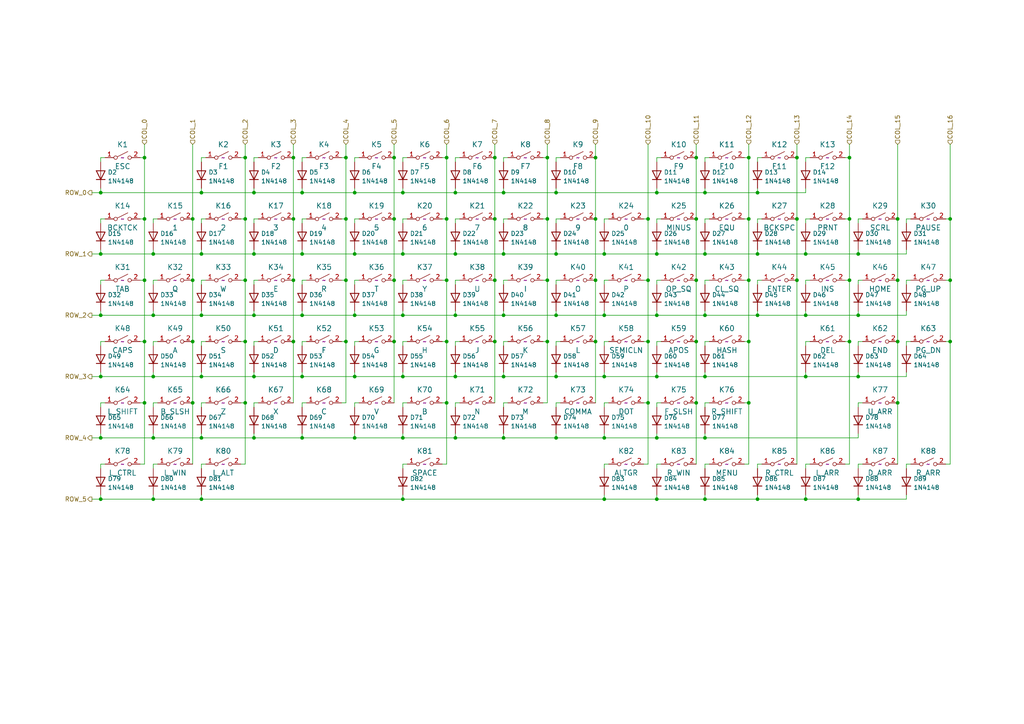
<source format=kicad_sch>
(kicad_sch (version 20231120) (generator "eeschema") (generator_version "8.0")
  (paper "A4")
  (junction (at 190.5 91.44))
  (junction (at 217.17 45.72))
  (junction (at 201.93 116.84))
  (junction (at 158.75 63.5))
  (junction (at 71.12 99.06))
  (junction (at 204.47 127))
  (junction (at 190.5 127))
  (junction (at 190.5 109.22))
  (junction (at 58.42 55.88))
  (junction (at 129.54 81.28))
  (junction (at 71.12 45.72))
  (junction (at 246.38 45.72))
  (junction (at 44.45 109.22))
  (junction (at 58.42 109.22))
  (junction (at 143.51 81.28))
  (junction (at 146.05 91.44))
  (junction (at 172.72 99.06))
  (junction (at 85.09 63.5))
  (junction (at 73.66 91.44))
  (junction (at 102.87 91.44))
  (junction (at 116.84 127))
  (junction (at 146.05 73.66))
  (junction (at 55.88 116.84))
  (junction (at 248.92 91.44))
  (junction (at 132.08 127))
  (junction (at 219.71 55.88))
  (junction (at 41.91 45.72))
  (junction (at 233.68 109.22))
  (junction (at 44.45 144.78))
  (junction (at 100.33 45.72))
  (junction (at 233.68 73.66))
  (junction (at 129.54 116.84))
  (junction (at 204.47 144.78))
  (junction (at 87.63 109.22))
  (junction (at 187.96 63.5))
  (junction (at 102.87 55.88))
  (junction (at 246.38 81.28))
  (junction (at 172.72 45.72))
  (junction (at 132.08 55.88))
  (junction (at 44.45 127))
  (junction (at 248.92 73.66))
  (junction (at 204.47 55.88))
  (junction (at 41.91 116.84))
  (junction (at 85.09 45.72))
  (junction (at 275.59 81.28))
  (junction (at 260.35 116.84))
  (junction (at 41.91 99.06))
  (junction (at 114.3 45.72))
  (junction (at 172.72 81.28))
  (junction (at 231.14 45.72))
  (junction (at 114.3 63.5))
  (junction (at 161.29 91.44))
  (junction (at 201.93 81.28))
  (junction (at 204.47 109.22))
  (junction (at 175.26 127))
  (junction (at 190.5 73.66))
  (junction (at 143.51 63.5))
  (junction (at 201.93 45.72))
  (junction (at 73.66 73.66))
  (junction (at 73.66 55.88))
  (junction (at 29.21 109.22))
  (junction (at 248.92 144.78))
  (junction (at 58.42 144.78))
  (junction (at 102.87 73.66))
  (junction (at 201.93 99.06))
  (junction (at 187.96 81.28))
  (junction (at 219.71 144.78))
  (junction (at 29.21 144.78))
  (junction (at 158.75 99.06))
  (junction (at 217.17 63.5))
  (junction (at 161.29 127))
  (junction (at 217.17 116.84))
  (junction (at 190.5 144.78))
  (junction (at 87.63 127))
  (junction (at 116.84 55.88))
  (junction (at 204.47 91.44))
  (junction (at 41.91 63.5))
  (junction (at 187.96 99.06))
  (junction (at 175.26 73.66))
  (junction (at 116.84 109.22))
  (junction (at 85.09 99.06))
  (junction (at 58.42 127))
  (junction (at 260.35 99.06))
  (junction (at 55.88 81.28))
  (junction (at 143.51 99.06))
  (junction (at 132.08 73.66))
  (junction (at 260.35 63.5))
  (junction (at 55.88 99.06))
  (junction (at 87.63 91.44))
  (junction (at 219.71 91.44))
  (junction (at 248.92 109.22))
  (junction (at 146.05 127))
  (junction (at 100.33 81.28))
  (junction (at 55.88 63.5))
  (junction (at 29.21 91.44))
  (junction (at 190.5 55.88))
  (junction (at 87.63 73.66))
  (junction (at 246.38 63.5))
  (junction (at 71.12 81.28))
  (junction (at 102.87 109.22))
  (junction (at 114.3 99.06))
  (junction (at 100.33 63.5))
  (junction (at 146.05 55.88))
  (junction (at 116.84 73.66))
  (junction (at 87.63 55.88))
  (junction (at 100.33 99.06))
  (junction (at 217.17 81.28))
  (junction (at 175.26 91.44))
  (junction (at 71.12 63.5))
  (junction (at 219.71 73.66))
  (junction (at 175.26 144.78))
  (junction (at 29.21 55.88))
  (junction (at 132.08 91.44))
  (junction (at 158.75 45.72))
  (junction (at 102.87 127))
  (junction (at 146.05 109.22))
  (junction (at 246.38 99.06))
  (junction (at 85.09 81.28))
  (junction (at 172.72 63.5))
  (junction (at 161.29 55.88))
  (junction (at 233.68 91.44))
  (junction (at 116.84 144.78))
  (junction (at 161.29 109.22))
  (junction (at 114.3 81.28))
  (junction (at 44.45 73.66))
  (junction (at 29.21 127))
  (junction (at 116.84 91.44))
  (junction (at 260.35 81.28))
  (junction (at 132.08 109.22))
  (junction (at 275.59 99.06))
  (junction (at 129.54 45.72))
  (junction (at 231.14 81.28))
  (junction (at 41.91 81.28))
  (junction (at 204.47 73.66))
  (junction (at 217.17 99.06))
  (junction (at 158.75 81.28))
  (junction (at 275.59 63.5))
  (junction (at 73.66 109.22))
  (junction (at 58.42 73.66))
  (junction (at 187.96 116.84))
  (junction (at 201.93 63.5))
  (junction (at 233.68 144.78))
  (junction (at 129.54 99.06))
  (junction (at 161.29 73.66))
  (junction (at 175.26 109.22))
  (junction (at 58.42 91.44))
  (junction (at 44.45 91.44))
  (junction (at 129.54 63.5))
  (junction (at 73.66 127))
  (junction (at 29.21 73.66))
  (junction (at 231.14 63.5))
  (junction (at 143.51 45.72))
  (junction (at 71.12 116.84))
  (wire (pts (xy 100.33 63.5) (xy 100.33 81.28)))
  (wire (pts (xy 116.84 91.44) (xy 132.08 91.44)))
  (wire (pts (xy 100.33 45.72) (xy 100.33 63.5)))
  (wire (pts (xy 29.21 55.88) (xy 58.42 55.88)))
  (wire (pts (xy 190.5 55.88) (xy 204.47 55.88)))
  (wire (pts (xy 29.21 81.28) (xy 30.48 81.28)))
  (wire (pts (xy 132.08 118.11) (xy 132.08 116.84)))
  (wire (pts (xy 44.45 73.66) (xy 58.42 73.66)))
  (wire (pts (xy 233.68 135.89) (xy 233.68 134.62)))
  (wire (pts (xy 132.08 125.73) (xy 132.08 127)))
  (wire (pts (xy 58.42 100.33) (xy 58.42 99.06)))
  (wire (pts (xy 132.08 63.5) (xy 133.35 63.5)))
  (wire (pts (xy 146.05 63.5) (xy 147.32 63.5)))
  (wire (pts (xy 190.5 81.28) (xy 191.77 81.28)))
  (wire (pts (xy 129.54 99.06) (xy 129.54 116.84)))
  (wire (pts (xy 233.68 73.66) (xy 248.92 73.66)))
  (wire (pts (xy 73.66 99.06) (xy 74.93 99.06)))
  (wire (pts (xy 26.67 91.44) (xy 29.21 91.44)))
  (wire (pts (xy 190.5 64.77) (xy 190.5 63.5)))
  (wire (pts (xy 175.26 143.51) (xy 175.26 144.78)))
  (wire (pts (xy 73.66 109.22) (xy 87.63 109.22)))
  (wire (pts (xy 114.3 45.72) (xy 114.3 63.5)))
  (wire (pts (xy 132.08 116.84) (xy 133.35 116.84)))
  (wire (pts (xy 186.69 134.62) (xy 187.96 134.62)))
  (wire (pts (xy 146.05 46.99) (xy 146.05 45.72)))
  (wire (pts (xy 73.66 82.55) (xy 73.66 81.28)))
  (wire (pts (xy 161.29 100.33) (xy 161.29 99.06)))
  (wire (pts (xy 161.29 109.22) (xy 175.26 109.22)))
  (wire (pts (xy 132.08 127) (xy 146.05 127)))
  (wire (pts (xy 233.68 134.62) (xy 234.95 134.62)))
  (wire (pts (xy 26.67 73.66) (xy 29.21 73.66)))
  (wire (pts (xy 245.11 45.72) (xy 246.38 45.72)))
  (wire (pts (xy 233.68 54.61) (xy 233.68 55.88)))
  (wire (pts (xy 190.5 109.22) (xy 204.47 109.22)))
  (wire (pts (xy 146.05 82.55) (xy 146.05 81.28)))
  (wire (pts (xy 172.72 45.72) (xy 172.72 63.5)))
  (wire (pts (xy 157.48 116.84) (xy 158.75 116.84)))
  (wire (pts (xy 29.21 99.06) (xy 30.48 99.06)))
  (wire (pts (xy 58.42 73.66) (xy 73.66 73.66)))
  (wire (pts (xy 248.92 91.44) (xy 262.89 91.44)))
  (wire (pts (xy 55.88 116.84) (xy 55.88 134.62)))
  (wire (pts (xy 132.08 45.72) (xy 133.35 45.72)))
  (wire (pts (xy 172.72 99.06) (xy 172.72 116.84)))
  (wire (pts (xy 29.21 82.55) (xy 29.21 81.28)))
  (wire (pts (xy 190.5 134.62) (xy 191.77 134.62)))
  (wire (pts (xy 26.67 127) (xy 29.21 127)))
  (wire (pts (xy 73.66 64.77) (xy 73.66 63.5)))
  (wire (pts (xy 44.45 134.62) (xy 45.72 134.62)))
  (wire (pts (xy 129.54 116.84) (xy 128.27 116.84)))
  (wire (pts (xy 132.08 54.61) (xy 132.08 55.88)))
  (wire (pts (xy 29.21 100.33) (xy 29.21 99.06)))
  (wire (pts (xy 132.08 107.95) (xy 132.08 109.22)))
  (wire (pts (xy 175.26 116.84) (xy 176.53 116.84)))
  (wire (pts (xy 87.63 109.22) (xy 102.87 109.22)))
  (wire (pts (xy 233.68 143.51) (xy 233.68 144.78)))
  (wire (pts (xy 275.59 99.06) (xy 275.59 134.62)))
  (wire (pts (xy 58.42 81.28) (xy 59.69 81.28)))
  (wire (pts (xy 44.45 107.95) (xy 44.45 109.22)))
  (wire (pts (xy 201.93 81.28) (xy 201.93 99.06)))
  (wire (pts (xy 146.05 73.66) (xy 161.29 73.66)))
  (wire (pts (xy 190.5 46.99) (xy 190.5 45.72)))
  (wire (pts (xy 87.63 100.33) (xy 87.63 99.06)))
  (wire (pts (xy 204.47 73.66) (xy 219.71 73.66)))
  (wire (pts (xy 41.91 41.91) (xy 41.91 45.72)))
  (wire (pts (xy 116.84 82.55) (xy 116.84 81.28)))
  (wire (pts (xy 55.88 41.91) (xy 55.88 63.5)))
  (wire (pts (xy 161.29 72.39) (xy 161.29 73.66)))
  (wire (pts (xy 157.48 81.28) (xy 158.75 81.28)))
  (wire (pts (xy 102.87 55.88) (xy 116.84 55.88)))
  (wire (pts (xy 248.92 143.51) (xy 248.92 144.78)))
  (wire (pts (xy 44.45 64.77) (xy 44.45 63.5)))
  (wire (pts (xy 175.26 127) (xy 190.5 127)))
  (wire (pts (xy 44.45 127) (xy 58.42 127)))
  (wire (pts (xy 73.66 127) (xy 87.63 127)))
  (wire (pts (xy 274.32 81.28) (xy 275.59 81.28)))
  (wire (pts (xy 132.08 99.06) (xy 133.35 99.06)))
  (wire (pts (xy 29.21 73.66) (xy 44.45 73.66)))
  (wire (pts (xy 69.85 45.72) (xy 71.12 45.72)))
  (wire (pts (xy 116.84 99.06) (xy 118.11 99.06)))
  (wire (pts (xy 204.47 144.78) (xy 219.71 144.78)))
  (wire (pts (xy 116.84 127) (xy 132.08 127)))
  (wire (pts (xy 58.42 127) (xy 73.66 127)))
  (wire (pts (xy 248.92 82.55) (xy 248.92 81.28)))
  (wire (pts (xy 161.29 125.73) (xy 161.29 127)))
  (wire (pts (xy 219.71 135.89) (xy 219.71 134.62)))
  (wire (pts (xy 215.9 81.28) (xy 217.17 81.28)))
  (wire (pts (xy 248.92 107.95) (xy 248.92 109.22)))
  (wire (pts (xy 161.29 63.5) (xy 162.56 63.5)))
  (wire (pts (xy 85.09 116.84) (xy 85.09 99.06)))
  (wire (pts (xy 146.05 90.17) (xy 146.05 91.44)))
  (wire (pts (xy 29.21 135.89) (xy 29.21 134.62)))
  (wire (pts (xy 58.42 55.88) (xy 73.66 55.88)))
  (wire (pts (xy 58.42 99.06) (xy 59.69 99.06)))
  (wire (pts (xy 132.08 91.44) (xy 146.05 91.44)))
  (wire (pts (xy 204.47 127) (xy 248.92 127)))
  (wire (pts (xy 116.84 55.88) (xy 132.08 55.88)))
  (wire (pts (xy 157.48 63.5) (xy 158.75 63.5)))
  (wire (pts (xy 204.47 135.89) (xy 204.47 134.62)))
  (wire (pts (xy 219.71 63.5) (xy 220.98 63.5)))
  (wire (pts (xy 146.05 99.06) (xy 147.32 99.06)))
  (wire (pts (xy 58.42 144.78) (xy 116.84 144.78)))
  (wire (pts (xy 217.17 63.5) (xy 217.17 81.28)))
  (wire (pts (xy 233.68 72.39) (xy 233.68 73.66)))
  (wire (pts (xy 161.29 91.44) (xy 175.26 91.44)))
  (wire (pts (xy 233.68 91.44) (xy 248.92 91.44)))
  (wire (pts (xy 41.91 81.28) (xy 41.91 99.06)))
  (wire (pts (xy 128.27 134.62) (xy 129.54 134.62)))
  (wire (pts (xy 219.71 73.66) (xy 233.68 73.66)))
  (wire (pts (xy 161.29 55.88) (xy 190.5 55.88)))
  (wire (pts (xy 219.71 55.88) (xy 233.68 55.88)))
  (wire (pts (xy 102.87 72.39) (xy 102.87 73.66)))
  (wire (pts (xy 245.11 63.5) (xy 246.38 63.5)))
  (wire (pts (xy 190.5 143.51) (xy 190.5 144.78)))
  (wire (pts (xy 69.85 116.84) (xy 71.12 116.84)))
  (wire (pts (xy 129.54 41.91) (xy 129.54 45.72)))
  (wire (pts (xy 246.38 63.5) (xy 246.38 81.28)))
  (wire (pts (xy 158.75 99.06) (xy 158.75 116.84)))
  (wire (pts (xy 161.29 116.84) (xy 162.56 116.84)))
  (wire (pts (xy 71.12 41.91) (xy 71.12 45.72)))
  (wire (pts (xy 233.68 90.17) (xy 233.68 91.44)))
  (wire (pts (xy 274.32 63.5) (xy 275.59 63.5)))
  (wire (pts (xy 219.71 45.72) (xy 220.98 45.72)))
  (wire (pts (xy 73.66 73.66) (xy 87.63 73.66)))
  (wire (pts (xy 217.17 134.62) (xy 217.17 116.84)))
  (wire (pts (xy 158.75 41.91) (xy 158.75 45.72)))
  (wire (pts (xy 99.06 116.84) (xy 100.33 116.84)))
  (wire (pts (xy 87.63 63.5) (xy 88.9 63.5)))
  (wire (pts (xy 274.32 134.62) (xy 275.59 134.62)))
  (wire (pts (xy 116.84 144.78) (xy 175.26 144.78)))
  (wire (pts (xy 204.47 46.99) (xy 204.47 45.72)))
  (wire (pts (xy 29.21 63.5) (xy 30.48 63.5)))
  (wire (pts (xy 248.92 144.78) (xy 262.89 144.78)))
  (wire (pts (xy 248.92 125.73) (xy 248.92 127)))
  (wire (pts (xy 58.42 125.73) (xy 58.42 127)))
  (wire (pts (xy 87.63 118.11) (xy 87.63 116.84)))
  (wire (pts (xy 73.66 125.73) (xy 73.66 127)))
  (wire (pts (xy 146.05 118.11) (xy 146.05 116.84)))
  (wire (pts (xy 245.11 81.28) (xy 246.38 81.28)))
  (wire (pts (xy 71.12 99.06) (xy 69.85 99.06)))
  (wire (pts (xy 219.71 143.51) (xy 219.71 144.78)))
  (wire (pts (xy 161.29 46.99) (xy 161.29 45.72)))
  (wire (pts (xy 233.68 107.95) (xy 233.68 109.22)))
  (wire (pts (xy 73.66 63.5) (xy 74.93 63.5)))
  (wire (pts (xy 44.45 116.84) (xy 45.72 116.84)))
  (wire (pts (xy 102.87 107.95) (xy 102.87 109.22)))
  (wire (pts (xy 87.63 81.28) (xy 88.9 81.28)))
  (wire (pts (xy 190.5 100.33) (xy 190.5 99.06)))
  (wire (pts (xy 29.21 116.84) (xy 30.48 116.84)))
  (wire (pts (xy 85.09 45.72) (xy 85.09 63.5)))
  (wire (pts (xy 233.68 45.72) (xy 234.95 45.72)))
  (wire (pts (xy 233.68 100.33) (xy 233.68 99.06)))
  (wire (pts (xy 175.26 135.89) (xy 175.26 134.62)))
  (wire (pts (xy 116.84 81.28) (xy 118.11 81.28)))
  (wire (pts (xy 246.38 45.72) (xy 246.38 63.5)))
  (wire (pts (xy 204.47 107.95) (xy 204.47 109.22)))
  (wire (pts (xy 29.21 90.17) (xy 29.21 91.44)))
  (wire (pts (xy 262.89 99.06) (xy 264.16 99.06)))
  (wire (pts (xy 175.26 125.73) (xy 175.26 127)))
  (wire (pts (xy 146.05 72.39) (xy 146.05 73.66)))
  (wire (pts (xy 58.42 91.44) (xy 73.66 91.44)))
  (wire (pts (xy 219.71 72.39) (xy 219.71 73.66)))
  (wire (pts (xy 260.35 63.5) (xy 260.35 81.28)))
  (wire (pts (xy 87.63 55.88) (xy 102.87 55.88)))
  (wire (pts (xy 246.38 41.91) (xy 246.38 45.72)))
  (wire (pts (xy 175.26 91.44) (xy 190.5 91.44)))
  (wire (pts (xy 44.45 99.06) (xy 45.72 99.06)))
  (wire (pts (xy 190.5 63.5) (xy 191.77 63.5)))
  (wire (pts (xy 219.71 64.77) (xy 219.71 63.5)))
  (wire (pts (xy 102.87 116.84) (xy 104.14 116.84)))
  (wire (pts (xy 132.08 81.28) (xy 133.35 81.28)))
  (wire (pts (xy 102.87 54.61) (xy 102.87 55.88)))
  (wire (pts (xy 116.84 125.73) (xy 116.84 127)))
  (wire (pts (xy 187.96 99.06) (xy 187.96 116.84)))
  (wire (pts (xy 102.87 118.11) (xy 102.87 116.84)))
  (wire (pts (xy 231.14 41.91) (xy 231.14 45.72)))
  (wire (pts (xy 44.45 125.73) (xy 44.45 127)))
  (wire (pts (xy 248.92 109.22) (xy 262.89 109.22)))
  (wire (pts (xy 201.93 45.72) (xy 201.93 63.5)))
  (wire (pts (xy 129.54 134.62) (xy 129.54 116.84)))
  (wire (pts (xy 245.11 99.06) (xy 246.38 99.06)))
  (wire (pts (xy 172.72 63.5) (xy 172.72 81.28)))
  (wire (pts (xy 58.42 118.11) (xy 58.42 116.84)))
  (wire (pts (xy 187.96 63.5) (xy 187.96 81.28)))
  (wire (pts (xy 114.3 81.28) (xy 114.3 99.06)))
  (wire (pts (xy 274.32 99.06) (xy 275.59 99.06)))
  (wire (pts (xy 29.21 127) (xy 44.45 127)))
  (wire (pts (xy 248.92 63.5) (xy 250.19 63.5)))
  (wire (pts (xy 58.42 63.5) (xy 59.69 63.5)))
  (wire (pts (xy 158.75 63.5) (xy 158.75 81.28)))
  (wire (pts (xy 102.87 127) (xy 116.84 127)))
  (wire (pts (xy 58.42 109.22) (xy 73.66 109.22)))
  (wire (pts (xy 85.09 41.91) (xy 85.09 45.72)))
  (wire (pts (xy 146.05 91.44) (xy 161.29 91.44)))
  (wire (pts (xy 190.5 125.73) (xy 190.5 127)))
  (wire (pts (xy 44.45 109.22) (xy 58.42 109.22)))
  (wire (pts (xy 29.21 144.78) (xy 44.45 144.78)))
  (wire (pts (xy 87.63 125.73) (xy 87.63 127)))
  (wire (pts (xy 29.21 125.73) (xy 29.21 127)))
  (wire (pts (xy 116.84 46.99) (xy 116.84 45.72)))
  (wire (pts (xy 204.47 45.72) (xy 205.74 45.72)))
  (wire (pts (xy 233.68 63.5) (xy 234.95 63.5)))
  (wire (pts (xy 161.29 107.95) (xy 161.29 109.22)))
  (wire (pts (xy 143.51 41.91) (xy 143.51 45.72)))
  (wire (pts (xy 175.26 144.78) (xy 190.5 144.78)))
  (wire (pts (xy 231.14 81.28) (xy 231.14 134.62)))
  (wire (pts (xy 132.08 109.22) (xy 146.05 109.22)))
  (wire (pts (xy 41.91 81.28) (xy 41.91 63.5)))
  (wire (pts (xy 116.84 90.17) (xy 116.84 91.44)))
  (wire (pts (xy 44.45 82.55) (xy 44.45 81.28)))
  (wire (pts (xy 233.68 81.28) (xy 234.95 81.28)))
  (wire (pts (xy 175.26 72.39) (xy 175.26 73.66)))
  (wire (pts (xy 102.87 63.5) (xy 104.14 63.5)))
  (wire (pts (xy 175.26 82.55) (xy 175.26 81.28)))
  (wire (pts (xy 275.59 41.91) (xy 275.59 63.5)))
  (wire (pts (xy 58.42 46.99) (xy 58.42 45.72)))
  (wire (pts (xy 217.17 99.06) (xy 217.17 116.84)))
  (wire (pts (xy 262.89 107.95) (xy 262.89 109.22)))
  (wire (pts (xy 146.05 116.84) (xy 147.32 116.84)))
  (wire (pts (xy 204.47 91.44) (xy 219.71 91.44)))
  (wire (pts (xy 114.3 63.5) (xy 114.3 81.28)))
  (wire (pts (xy 146.05 54.61) (xy 146.05 55.88)))
  (wire (pts (xy 204.47 90.17) (xy 204.47 91.44)))
  (wire (pts (xy 132.08 82.55) (xy 132.08 81.28)))
  (wire (pts (xy 44.45 63.5) (xy 45.72 63.5)))
  (wire (pts (xy 129.54 45.72) (xy 129.54 63.5)))
  (wire (pts (xy 219.71 82.55) (xy 219.71 81.28)))
  (wire (pts (xy 87.63 107.95) (xy 87.63 109.22)))
  (wire (pts (xy 248.92 100.33) (xy 248.92 99.06)))
  (wire (pts (xy 132.08 72.39) (xy 132.08 73.66)))
  (wire (pts (xy 175.26 100.33) (xy 175.26 99.06)))
  (wire (pts (xy 58.42 143.51) (xy 58.42 144.78)))
  (wire (pts (xy 29.21 54.61) (xy 29.21 55.88)))
  (wire (pts (xy 41.91 99.06) (xy 41.91 116.84)))
  (wire (pts (xy 204.47 116.84) (xy 205.74 116.84)))
  (wire (pts (xy 161.29 81.28) (xy 162.56 81.28)))
  (wire (pts (xy 190.5 127) (xy 204.47 127)))
  (wire (pts (xy 146.05 64.77) (xy 146.05 63.5)))
  (wire (pts (xy 44.45 90.17) (xy 44.45 91.44)))
  (wire (pts (xy 204.47 64.77) (xy 204.47 63.5)))
  (wire (pts (xy 262.89 90.17) (xy 262.89 91.44)))
  (wire (pts (xy 201.93 41.91) (xy 201.93 45.72)))
  (wire (pts (xy 143.51 63.5) (xy 143.51 81.28)))
  (wire (pts (xy 87.63 82.55) (xy 87.63 81.28)))
  (wire (pts (xy 29.21 134.62) (xy 30.48 134.62)))
  (wire (pts (xy 262.89 72.39) (xy 262.89 73.66)))
  (wire (pts (xy 219.71 134.62) (xy 220.98 134.62)))
  (wire (pts (xy 116.84 54.61) (xy 116.84 55.88)))
  (wire (pts (xy 87.63 54.61) (xy 87.63 55.88)))
  (wire (pts (xy 116.84 63.5) (xy 118.11 63.5)))
  (wire (pts (xy 41.91 63.5) (xy 40.64 63.5)))
  (wire (pts (xy 116.84 45.72) (xy 118.11 45.72)))
  (wire (pts (xy 186.69 63.5) (xy 187.96 63.5)))
  (wire (pts (xy 190.5 99.06) (xy 191.77 99.06)))
  (wire (pts (xy 204.47 125.73) (xy 204.47 127)))
  (wire (pts (xy 260.35 99.06) (xy 260.35 116.84)))
  (wire (pts (xy 204.47 143.51) (xy 204.47 144.78)))
  (wire (pts (xy 204.47 109.22) (xy 233.68 109.22)))
  (wire (pts (xy 87.63 73.66) (xy 102.87 73.66)))
  (wire (pts (xy 100.33 81.28) (xy 100.33 99.06)))
  (wire (pts (xy 102.87 45.72) (xy 104.14 45.72)))
  (wire (pts (xy 73.66 107.95) (xy 73.66 109.22)))
  (wire (pts (xy 55.88 81.28) (xy 55.88 99.06)))
  (wire (pts (xy 102.87 125.73) (xy 102.87 127)))
  (wire (pts (xy 262.89 134.62) (xy 264.16 134.62)))
  (wire (pts (xy 215.9 63.5) (xy 217.17 63.5)))
  (wire (pts (xy 146.05 125.73) (xy 146.05 127)))
  (wire (pts (xy 175.26 118.11) (xy 175.26 116.84)))
  (wire (pts (xy 262.89 100.33) (xy 262.89 99.06)))
  (wire (pts (xy 100.33 41.91) (xy 100.33 45.72)))
  (wire (pts (xy 132.08 100.33) (xy 132.08 99.06)))
  (wire (pts (xy 26.67 144.78) (xy 29.21 144.78)))
  (wire (pts (xy 187.96 116.84) (xy 187.96 134.62)))
  (wire (pts (xy 132.08 46.99) (xy 132.08 45.72)))
  (wire (pts (xy 114.3 116.84) (xy 114.3 99.06)))
  (wire (pts (xy 44.45 72.39) (xy 44.45 73.66)))
  (wire (pts (xy 116.84 118.11) (xy 116.84 116.84)))
  (wire (pts (xy 204.47 54.61) (xy 204.47 55.88)))
  (wire (pts (xy 175.26 63.5) (xy 176.53 63.5)))
  (wire (pts (xy 204.47 72.39) (xy 204.47 73.66)))
  (wire (pts (xy 116.84 73.66) (xy 132.08 73.66)))
  (wire (pts (xy 85.09 81.28) (xy 85.09 99.06)))
  (wire (pts (xy 29.21 64.77) (xy 29.21 63.5)))
  (wire (pts (xy 58.42 82.55) (xy 58.42 81.28)))
  (wire (pts (xy 58.42 116.84) (xy 59.69 116.84)))
  (wire (pts (xy 73.66 90.17) (xy 73.66 91.44)))
  (wire (pts (xy 73.66 55.88) (xy 87.63 55.88)))
  (wire (pts (xy 44.45 144.78) (xy 58.42 144.78)))
  (wire (pts (xy 146.05 55.88) (xy 161.29 55.88)))
  (wire (pts (xy 87.63 46.99) (xy 87.63 45.72)))
  (wire (pts (xy 44.45 118.11) (xy 44.45 116.84)))
  (wire (pts (xy 275.59 63.5) (xy 275.59 81.28)))
  (wire (pts (xy 116.84 116.84) (xy 118.11 116.84)))
  (wire (pts (xy 87.63 99.06) (xy 88.9 99.06)))
  (wire (pts (xy 99.06 45.72) (xy 100.33 45.72)))
  (wire (pts (xy 55.88 63.5) (xy 55.88 81.28)))
  (wire (pts (xy 87.63 64.77) (xy 87.63 63.5)))
  (wire (pts (xy 158.75 81.28) (xy 158.75 99.06)))
  (wire (pts (xy 73.66 118.11) (xy 73.66 116.84)))
  (wire (pts (xy 175.26 81.28) (xy 176.53 81.28)))
  (wire (pts (xy 175.26 134.62) (xy 176.53 134.62)))
  (wire (pts (xy 248.92 81.28) (xy 250.19 81.28)))
  (wire (pts (xy 58.42 45.72) (xy 59.69 45.72)))
  (wire (pts (xy 29.21 109.22) (xy 44.45 109.22)))
  (wire (pts (xy 260.35 116.84) (xy 260.35 134.62)))
  (wire (pts (xy 260.35 81.28) (xy 260.35 99.06)))
  (wire (pts (xy 29.21 45.72) (xy 30.48 45.72)))
  (wire (pts (xy 87.63 72.39) (xy 87.63 73.66)))
  (wire (pts (xy 190.5 91.44) (xy 204.47 91.44)))
  (wire (pts (xy 73.66 46.99) (xy 73.66 45.72)))
  (wire (pts (xy 132.08 64.77) (xy 132.08 63.5)))
  (wire (pts (xy 190.5 90.17) (xy 190.5 91.44)))
  (wire (pts (xy 41.91 116.84) (xy 41.91 134.62)))
  (wire (pts (xy 44.45 100.33) (xy 44.45 99.06)))
  (wire (pts (xy 248.92 99.06) (xy 250.19 99.06)))
  (wire (pts (xy 116.84 100.33) (xy 116.84 99.06)))
  (wire (pts (xy 146.05 109.22) (xy 161.29 109.22)))
  (wire (pts (xy 40.64 81.28) (xy 41.91 81.28)))
  (wire (pts (xy 219.71 144.78) (xy 233.68 144.78)))
  (wire (pts (xy 248.92 73.66) (xy 262.89 73.66)))
  (wire (pts (xy 190.5 72.39) (xy 190.5 73.66)))
  (wire (pts (xy 40.64 99.06) (xy 41.91 99.06)))
  (wire (pts (xy 143.51 99.06) (xy 143.51 116.84)))
  (wire (pts (xy 190.5 82.55) (xy 190.5 81.28)))
  (wire (pts (xy 44.45 143.51) (xy 44.45 144.78)))
  (wire (pts (xy 217.17 116.84) (xy 215.9 116.84)))
  (wire (pts (xy 58.42 135.89) (xy 58.42 134.62)))
  (wire (pts (xy 58.42 54.61) (xy 58.42 55.88)))
  (wire (pts (xy 73.66 54.61) (xy 73.66 55.88)))
  (wire (pts (xy 262.89 81.28) (xy 264.16 81.28)))
  (wire (pts (xy 245.11 134.62) (xy 246.38 134.62)))
  (wire (pts (xy 128.27 99.06) (xy 129.54 99.06)))
  (wire (pts (xy 246.38 81.28) (xy 246.38 99.06)))
  (wire (pts (xy 158.75 45.72) (xy 158.75 63.5)))
  (wire (pts (xy 246.38 99.06) (xy 246.38 134.62)))
  (wire (pts (xy 69.85 63.5) (xy 71.12 63.5)))
  (wire (pts (xy 58.42 64.77) (xy 58.42 63.5)))
  (wire (pts (xy 248.92 72.39) (xy 248.92 73.66)))
  (wire (pts (xy 73.66 116.84) (xy 74.93 116.84)))
  (wire (pts (xy 40.64 134.62) (xy 41.91 134.62)))
  (wire (pts (xy 186.69 81.28) (xy 187.96 81.28)))
  (wire (pts (xy 248.92 134.62) (xy 250.19 134.62)))
  (wire (pts (xy 116.84 107.95) (xy 116.84 109.22)))
  (wire (pts (xy 73.66 91.44) (xy 87.63 91.44)))
  (wire (pts (xy 102.87 90.17) (xy 102.87 91.44)))
  (wire (pts (xy 190.5 45.72) (xy 191.77 45.72)))
  (wire (pts (xy 146.05 127) (xy 161.29 127)))
  (wire (pts (xy 58.42 72.39) (xy 58.42 73.66)))
  (wire (pts (xy 161.29 82.55) (xy 161.29 81.28)))
  (wire (pts (xy 71.12 116.84) (xy 71.12 134.62)))
  (wire (pts (xy 29.21 46.99) (xy 29.21 45.72)))
  (wire (pts (xy 102.87 91.44) (xy 116.84 91.44)))
  (wire (pts (xy 58.42 90.17) (xy 58.42 91.44)))
  (wire (pts (xy 204.47 99.06) (xy 205.74 99.06)))
  (wire (pts (xy 190.5 107.95) (xy 190.5 109.22)))
  (wire (pts (xy 219.71 46.99) (xy 219.71 45.72)))
  (wire (pts (xy 29.21 107.95) (xy 29.21 109.22)))
  (wire (pts (xy 175.26 99.06) (xy 176.53 99.06)))
  (wire (pts (xy 204.47 63.5) (xy 205.74 63.5)))
  (wire (pts (xy 114.3 41.91) (xy 114.3 45.72)))
  (wire (pts (xy 233.68 82.55) (xy 233.68 81.28)))
  (wire (pts (xy 233.68 46.99) (xy 233.68 45.72)))
  (wire (pts (xy 233.68 109.22) (xy 248.92 109.22)))
  (wire (pts (xy 132.08 73.66) (xy 146.05 73.66)))
  (wire (pts (xy 161.29 45.72) (xy 162.56 45.72)))
  (wire (pts (xy 26.67 109.22) (xy 29.21 109.22)))
  (wire (pts (xy 275.59 81.28) (xy 275.59 99.06)))
  (wire (pts (xy 161.29 118.11) (xy 161.29 116.84)))
  (wire (pts (xy 146.05 107.95) (xy 146.05 109.22)))
  (wire (pts (xy 116.84 134.62) (xy 118.11 134.62)))
  (wire (pts (xy 69.85 134.62) (xy 71.12 134.62)))
  (wire (pts (xy 175.26 107.95) (xy 175.26 109.22)))
  (wire (pts (xy 102.87 82.55) (xy 102.87 81.28)))
  (wire (pts (xy 215.9 134.62) (xy 217.17 134.62)))
  (wire (pts (xy 190.5 73.66) (xy 204.47 73.66)))
  (wire (pts (xy 40.64 45.72) (xy 41.91 45.72)))
  (wire (pts (xy 143.51 81.28) (xy 143.51 99.06)))
  (wire (pts (xy 217.17 41.91) (xy 217.17 45.72)))
  (wire (pts (xy 116.84 135.89) (xy 116.84 134.62)))
  (wire (pts (xy 99.06 63.5) (xy 100.33 63.5)))
  (wire (pts (xy 262.89 64.77) (xy 262.89 63.5)))
  (wire (pts (xy 172.72 81.28) (xy 172.72 99.06)))
  (wire (pts (xy 157.48 45.72) (xy 158.75 45.72)))
  (wire (pts (xy 87.63 45.72) (xy 88.9 45.72)))
  (wire (pts (xy 233.68 99.06) (xy 234.95 99.06)))
  (wire (pts (xy 248.92 64.77) (xy 248.92 63.5)))
  (wire (pts (xy 29.21 72.39) (xy 29.21 73.66)))
  (wire (pts (xy 85.09 63.5) (xy 85.09 81.28)))
  (wire (pts (xy 102.87 109.22) (xy 116.84 109.22)))
  (wire (pts (xy 132.08 90.17) (xy 132.08 91.44)))
  (wire (pts (xy 187.96 41.91) (xy 187.96 63.5)))
  (wire (pts (xy 58.42 107.95) (xy 58.42 109.22)))
  (wire (pts (xy 73.66 72.39) (xy 73.66 73.66)))
  (wire (pts (xy 219.71 81.28) (xy 220.98 81.28)))
  (wire (pts (xy 219.71 91.44) (xy 233.68 91.44)))
  (wire (pts (xy 201.93 99.06) (xy 201.93 116.84)))
  (wire (pts (xy 132.08 55.88) (xy 146.05 55.88)))
  (wire (pts (xy 233.68 144.78) (xy 248.92 144.78)))
  (wire (pts (xy 217.17 45.72) (xy 217.17 63.5)))
  (wire (pts (xy 69.85 81.28) (xy 71.12 81.28)))
  (wire (pts (xy 157.48 99.06) (xy 158.75 99.06)))
  (wire (pts (xy 41.91 45.72) (xy 41.91 63.5)))
  (wire (pts (xy 26.67 55.88) (xy 29.21 55.88)))
  (wire (pts (xy 161.29 64.77) (xy 161.29 63.5)))
  (wire (pts (xy 71.12 81.28) (xy 71.12 99.06)))
  (wire (pts (xy 40.64 116.84) (xy 41.91 116.84)))
  (wire (pts (xy 161.29 127) (xy 175.26 127)))
  (wire (pts (xy 116.84 64.77) (xy 116.84 63.5)))
  (wire (pts (xy 233.68 64.77) (xy 233.68 63.5)))
  (wire (pts (xy 161.29 90.17) (xy 161.29 91.44)))
  (wire (pts (xy 71.12 63.5) (xy 71.12 81.28)))
  (wire (pts (xy 190.5 135.89) (xy 190.5 134.62)))
  (wire (pts (xy 190.5 54.61) (xy 190.5 55.88)))
  (wire (pts (xy 262.89 63.5) (xy 264.16 63.5)))
  (wire (pts (xy 87.63 116.84) (xy 88.9 116.84)))
  (wire (pts (xy 102.87 64.77) (xy 102.87 63.5)))
  (wire (pts (xy 204.47 134.62) (xy 205.74 134.62)))
  (wire (pts (xy 190.5 118.11) (xy 190.5 116.84)))
  (wire (pts (xy 58.42 134.62) (xy 59.69 134.62)))
  (wire (pts (xy 55.88 99.06) (xy 55.88 116.84)))
  (wire (pts (xy 219.71 90.17) (xy 219.71 91.44)))
  (wire (pts (xy 175.26 109.22) (xy 190.5 109.22)))
  (wire (pts (xy 204.47 55.88) (xy 219.71 55.88)))
  (wire (pts (xy 187.96 81.28) (xy 187.96 99.06)))
  (wire (pts (xy 128.27 63.5) (xy 129.54 63.5)))
  (wire (pts (xy 29.21 91.44) (xy 44.45 91.44)))
  (wire (pts (xy 262.89 135.89) (xy 262.89 134.62)))
  (wire (pts (xy 102.87 81.28) (xy 104.14 81.28)))
  (wire (pts (xy 100.33 116.84) (xy 100.33 99.06)))
  (wire (pts (xy 186.69 99.06) (xy 187.96 99.06)))
  (wire (pts (xy 73.66 81.28) (xy 74.93 81.28)))
  (wire (pts (xy 201.93 63.5) (xy 201.93 81.28)))
  (wire (pts (xy 215.9 99.06) (xy 217.17 99.06)))
  (wire (pts (xy 204.47 118.11) (xy 204.47 116.84)))
  (wire (pts (xy 29.21 118.11) (xy 29.21 116.84)))
  (wire (pts (xy 190.5 116.84) (xy 191.77 116.84)))
  (wire (pts (xy 102.87 99.06) (xy 104.14 99.06)))
  (wire (pts (xy 146.05 81.28) (xy 147.32 81.28)))
  (wire (pts (xy 116.84 109.22) (xy 132.08 109.22)))
  (wire (pts (xy 102.87 46.99) (xy 102.87 45.72)))
  (wire (pts (xy 73.66 100.33) (xy 73.66 99.06)))
  (wire (pts (xy 217.17 81.28) (xy 217.17 99.06)))
  (wire (pts (xy 102.87 73.66) (xy 116.84 73.66)))
  (wire (pts (xy 175.26 90.17) (xy 175.26 91.44)))
  (wire (pts (xy 44.45 91.44) (xy 58.42 91.44)))
  (wire (pts (xy 175.26 73.66) (xy 190.5 73.66)))
  (wire (pts (xy 262.89 82.55) (xy 262.89 81.28)))
  (wire (pts (xy 128.27 45.72) (xy 129.54 45.72)))
  (wire (pts (xy 71.12 116.84) (xy 71.12 99.06)))
  (wire (pts (xy 248.92 90.17) (xy 248.92 91.44)))
  (wire (pts (xy 87.63 90.17) (xy 87.63 91.44)))
  (wire (pts (xy 116.84 143.51) (xy 116.84 144.78)))
  (wire (pts (xy 175.26 64.77) (xy 175.26 63.5)))
  (wire (pts (xy 231.14 63.5) (xy 231.14 81.28)))
  (wire (pts (xy 44.45 135.89) (xy 44.45 134.62)))
  (wire (pts (xy 100.33 99.06) (xy 99.06 99.06)))
  (wire (pts (xy 99.06 81.28) (xy 100.33 81.28)))
  (wire (pts (xy 248.92 135.89) (xy 248.92 134.62)))
  (wire (pts (xy 231.14 45.72) (xy 231.14 63.5)))
  (wire (pts (xy 260.35 41.91) (xy 260.35 63.5)))
  (wire (pts (xy 71.12 45.72) (xy 71.12 63.5)))
  (wire (pts (xy 190.5 144.78) (xy 204.47 144.78)))
  (wire (pts (xy 73.66 45.72) (xy 74.93 45.72)))
  (wire (pts (xy 102.87 100.33) (xy 102.87 99.06)))
  (wire (pts (xy 204.47 82.55) (xy 204.47 81.28)))
  (wire (pts (xy 204.47 100.33) (xy 204.47 99.06)))
  (wire (pts (xy 161.29 54.61) (xy 161.29 55.88)))
  (wire (pts (xy 146.05 100.33) (xy 146.05 99.06)))
  (wire (pts (xy 172.72 41.91) (xy 172.72 45.72)))
  (wire (pts (xy 219.71 54.61) (xy 219.71 55.88)))
  (wire (pts (xy 146.05 45.72) (xy 147.32 45.72)))
  (wire (pts (xy 201.93 134.62) (xy 201.93 116.84)))
  (wire (pts (xy 129.54 63.5) (xy 129.54 81.28)))
  (wire (pts (xy 29.21 143.51) (xy 29.21 144.78)))
  (wire (pts (xy 161.29 73.66) (xy 175.26 73.66)))
  (wire (pts (xy 215.9 45.72) (xy 217.17 45.72)))
  (wire (pts (xy 116.84 72.39) (xy 116.84 73.66)))
  (wire (pts (xy 187.96 116.84) (xy 186.69 116.84)))
  (wire (pts (xy 87.63 91.44) (xy 102.87 91.44)))
  (wire (pts (xy 128.27 81.28) (xy 129.54 81.28)))
  (wire (pts (xy 204.47 81.28) (xy 205.74 81.28)))
  (wire (pts (xy 248.92 118.11) (xy 248.92 116.84)))
  (wire (pts (xy 129.54 81.28) (xy 129.54 99.06)))
  (wire (pts (xy 143.51 45.72) (xy 143.51 63.5)))
  (wire (pts (xy 262.89 143.51) (xy 262.89 144.78)))
  (wire (pts (xy 248.92 116.84) (xy 250.19 116.84)))
  (wire (pts (xy 44.45 81.28) (xy 45.72 81.28)))
  (wire (pts (xy 87.63 127) (xy 102.87 127)))
  (wire (pts (xy 161.29 99.06) (xy 162.56 99.06)))
  (hierarchical_label "COL_15" (shape input) (at 260.35 41.91 90))
  (hierarchical_label "ROW_5" (shape output) (at 26.67 144.78 180))
  (hierarchical_label "COL_11" (shape input) (at 201.93 41.91 90))
  (hierarchical_label "COL_5" (shape input) (at 114.3 41.91 90))
  (hierarchical_label "COL_4" (shape input) (at 100.33 41.91 90))
  (hierarchical_label "COL_1" (shape input) (at 55.88 41.91 90))
  (hierarchical_label "COL_13" (shape input) (at 231.14 41.91 90))
  (hierarchical_label "COL_16" (shape input) (at 275.59 41.91 90))
  (hierarchical_label "COL_12" (shape input) (at 217.17 41.91 90))
  (hierarchical_label "COL_3" (shape input) (at 85.09 41.91 90))
  (hierarchical_label "COL_10" (shape input) (at 187.96 41.91 90))
  (hierarchical_label "COL_7" (shape input) (at 143.51 41.91 90))
  (hierarchical_label "COL_8" (shape input) (at 158.75 41.91 90))
  (hierarchical_label "COL_14" (shape input) (at 246.38 41.91 90))
  (hierarchical_label "ROW_0" (shape output) (at 26.67 55.88 180))
  (hierarchical_label "COL_9" (shape input) (at 172.72 41.91 90))
  (hierarchical_label "ROW_1" (shape output) (at 26.67 73.66 180))
  (hierarchical_label "ROW_4" (shape output) (at 26.67 127 180))
  (hierarchical_label "ROW_2" (shape output) (at 26.67 91.44 180))
  (hierarchical_label "COL_2" (shape input) (at 71.12 41.91 90))
  (hierarchical_label "COL_6" (shape input) (at 129.54 41.91 90))
  (hierarchical_label "COL_0" (shape input) (at 41.91 41.91 90))
  (hierarchical_label "ROW_3" (shape output) (at 26.67 109.22 180))
  (symbol (lib_id "Switch:SW_SPST") (at 196.85 45.72 0) (unit 1)
    (property "Reference" "K10" (at 196.85 41.91 0) (effects (font (size 1.524 1.524))))
    (property "Value" "F9" (at 196.85 48.26 0) (effects (font (size 1.524 1.524))))
    (property "Footprint" "Custom:SW_Cherry_MX_1.00u_PCB" (effects (hide yes)))
    (property "Datasheet" "~" (at 196.85 45.72 0) (effects (font (size 1.524 1.524))))
    (property "Description" "Single Pole Single Throw (SPST) switch" (effects (hide yes)))
  )
  (symbol (lib_id "Device:D") (at 161.29 50.8 90) (unit 1)
    (property "Reference" "D10" (at 163.322 49.9653 90) (effects (justify right)))
    (property "Value" "1N4148" (at 163.322 52.5022 90) (effects (justify right)))
    (property "Footprint" "Diode_SMD:D_SOD-123" (effects (hide yes)))
    (property "Description" "Diode" (effects (hide yes)))
    (property "Sim.Device" "D" (effects (hide yes)))
    (property "Sim.Pins" "1=K 2=A" (effects (hide yes)))
  )
  (symbol (lib_id "Device:D") (at 161.29 121.92 90) (unit 1)
    (property "Reference" "D74" (at 163.322 121.0853 90) (effects (justify right)))
    (property "Value" "1N4148" (at 163.322 123.6222 90) (effects (justify right)))
    (property "Footprint" "Diode_SMD:D_SOD-123" (effects (hide yes)))
    (property "Description" "Diode" (effects (hide yes)))
    (property "Sim.Device" "D" (effects (hide yes)))
    (property "Sim.Pins" "1=K 2=A" (effects (hide yes)))
  )
  (symbol (lib_id "Switch:SW_SPST") (at 64.77 45.72 0) (unit 1)
    (property "Reference" "K2" (at 64.77 41.91 0) (effects (font (size 1.524 1.524))))
    (property "Value" "F1" (at 64.77 48.26 0) (effects (font (size 1.524 1.524))))
    (property "Footprint" "Custom:SW_Cherry_MX_1.00u_PCB" (effects (hide yes)))
    (property "Datasheet" "~" (at 64.77 45.72 0) (effects (font (size 1.524 1.524))))
    (property "Description" "Single Pole Single Throw (SPST) switch" (effects (hide yes)))
  )
  (symbol (lib_id "Switch:SW_SPST") (at 64.77 99.06 0) (unit 1)
    (property "Reference" "K50" (at 64.77 95.25 0) (effects (font (size 1.524 1.524))))
    (property "Value" "S" (at 64.77 101.6 0) (effects (font (size 1.524 1.524))))
    (property "Footprint" "Custom:SW_Cherry_MX_1.00u_PCB" (effects (hide yes)))
    (property "Datasheet" "~" (at 64.77 99.06 0) (effects (font (size 1.524 1.524))))
    (property "Description" "Single Pole Single Throw (SPST) switch" (effects (hide yes)))
  )
  (symbol (lib_id "Device:D") (at 161.29 86.36 90) (unit 1)
    (property "Reference" "D41" (at 163.322 85.5253 90) (effects (justify right)))
    (property "Value" "1N4148" (at 163.322 88.0622 90) (effects (justify right)))
    (property "Footprint" "Diode_SMD:D_SOD-123" (effects (hide yes)))
    (property "Description" "Diode" (effects (hide yes)))
    (property "Sim.Device" "D" (effects (hide yes)))
    (property "Sim.Pins" "1=K 2=A" (effects (hide yes)))
  )
  (symbol (lib_id "Device:D") (at 73.66 68.58 90) (unit 1)
    (property "Reference" "D18" (at 75.692 67.7453 90) (effects (justify right)))
    (property "Value" "1N4148" (at 75.692 70.2822 90) (effects (justify right)))
    (property "Footprint" "Diode_SMD:D_SOD-123" (effects (hide yes)))
    (property "Description" "Diode" (effects (hide yes)))
    (property "Sim.Device" "D" (effects (hide yes)))
    (property "Sim.Pins" "1=K 2=A" (effects (hide yes)))
  )
  (symbol (lib_id "Device:D") (at 204.47 68.58 90) (unit 1)
    (property "Reference" "D27" (at 206.502 67.7453 90) (effects (justify right)))
    (property "Value" "1N4148" (at 206.502 70.2822 90) (effects (justify right)))
    (property "Footprint" "Diode_SMD:D_SOD-123" (effects (hide yes)))
    (property "Description" "Diode" (effects (hide yes)))
    (property "Sim.Device" "D" (effects (hide yes)))
    (property "Sim.Pins" "1=K 2=A" (effects (hide yes)))
  )
  (symbol (lib_id "Switch:SW_SPST") (at 240.03 99.06 0) (unit 1)
    (property "Reference" "K61" (at 240.03 95.25 0) (effects (font (size 1.524 1.524))))
    (property "Value" "DEL" (at 240.03 101.6 0) (effects (font (size 1.524 1.524))))
    (property "Footprint" "Custom:SW_Cherry_MX_1.00u_PCB" (effects (hide yes)))
    (property "Datasheet" "~" (at 240.03 99.06 0) (effects (font (size 1.524 1.524))))
    (property "Description" "Single Pole Single Throw (SPST) switch" (effects (hide yes)))
  )
  (symbol (lib_id "Switch:SW_SPST") (at 255.27 134.62 0) (unit 1)
    (property "Reference" "K87" (at 255.27 130.81 0) (effects (font (size 1.524 1.524))))
    (property "Value" "D_ARR" (at 255.27 137.16 0) (effects (font (size 1.524 1.524))))
    (property "Footprint" "Custom:SW_Cherry_MX_1.00u_PCB" (effects (hide yes)))
    (property "Datasheet" "~" (at 255.27 134.62 0) (effects (font (size 1.524 1.524))))
    (property "Description" "Single Pole Single Throw (SPST) switch" (effects (hide yes)))
  )
  (symbol (lib_id "Device:D") (at 146.05 68.58 90) (unit 1)
    (property "Reference" "D23" (at 148.082 67.7453 90) (effects (justify right)))
    (property "Value" "1N4148" (at 148.082 70.2822 90) (effects (justify right)))
    (property "Footprint" "Diode_SMD:D_SOD-123" (effects (hide yes)))
    (property "Description" "Diode" (effects (hide yes)))
    (property "Sim.Device" "D" (effects (hide yes)))
    (property "Sim.Pins" "1=K 2=A" (effects (hide yes)))
  )
  (symbol (lib_id "Device:D") (at 248.92 104.14 90) (unit 1)
    (property "Reference" "D63" (at 250.952 103.3053 90) (effects (justify right)))
    (property "Value" "1N4148" (at 250.952 105.8422 90) (effects (justify right)))
    (property "Footprint" "Diode_SMD:D_SOD-123" (effects (hide yes)))
    (property "Description" "Diode" (effects (hide yes)))
    (property "Sim.Device" "D" (effects (hide yes)))
    (property "Sim.Pins" "1=K 2=A" (effects (hide yes)))
  )
  (symbol (lib_id "Switch:SW_SPST") (at 35.56 81.28 0) (unit 1)
    (property "Reference" "K31" (at 35.56 77.47 0) (effects (font (size 1.524 1.524))))
    (property "Value" "TAB" (at 35.56 83.82 0) (effects (font (size 1.524 1.524))))
    (property "Footprint" "Custom:SW_Cherry_MX_1.00u_PCB" (effects (hide yes)))
    (property "Datasheet" "~" (at 35.56 81.28 0) (effects (font (size 1.524 1.524))))
    (property "Description" "Single Pole Single Throw (SPST) switch" (effects (hide yes)))
  )
  (symbol (lib_id "Device:D") (at 87.63 68.58 90) (unit 1)
    (property "Reference" "D19" (at 89.662 67.7453 90) (effects (justify right)))
    (property "Value" "1N4148" (at 89.662 70.2822 90) (effects (justify right)))
    (property "Footprint" "Diode_SMD:D_SOD-123" (effects (hide yes)))
    (property "Description" "Diode" (effects (hide yes)))
    (property "Sim.Device" "D" (effects (hide yes)))
    (property "Sim.Pins" "1=K 2=A" (effects (hide yes)))
  )
  (symbol (lib_id "Switch:SW_SPST") (at 255.27 99.06 0) (unit 1)
    (property "Reference" "K62" (at 255.27 95.25 0) (effects (font (size 1.524 1.524))))
    (property "Value" "END" (at 255.27 101.6 0) (effects (font (size 1.524 1.524))))
    (property "Footprint" "Custom:SW_Cherry_MX_1.00u_PCB" (effects (hide yes)))
    (property "Datasheet" "~" (at 255.27 99.06 0) (effects (font (size 1.524 1.524))))
    (property "Description" "Single Pole Single Throw (SPST) switch" (effects (hide yes)))
  )
  (symbol (lib_id "Device:D") (at 219.71 50.8 90) (unit 1)
    (property "Reference" "D13" (at 221.742 49.9653 90) (effects (justify right)))
    (property "Value" "1N4148" (at 221.742 52.5022 90) (effects (justify right)))
    (property "Footprint" "Diode_SMD:D_SOD-123" (effects (hide yes)))
    (property "Description" "Diode" (effects (hide yes)))
    (property "Sim.Device" "D" (effects (hide yes)))
    (property "Sim.Pins" "1=K 2=A" (effects (hide yes)))
  )
  (symbol (lib_id "Switch:SW_SPST") (at 138.43 63.5 0) (unit 1)
    (property "Reference" "K21" (at 138.43 59.69 0) (effects (font (size 1.524 1.524))))
    (property "Value" "7" (at 138.43 66.04 0) (effects (font (size 1.524 1.524))))
    (property "Footprint" "Custom:SW_Cherry_MX_1.00u_PCB" (effects (hide yes)))
    (property "Datasheet" "~" (at 138.43 63.5 0) (effects (font (size 1.524 1.524))))
    (property "Description" "Single Pole Single Throw (SPST) switch" (effects (hide yes)))
  )
  (symbol (lib_id "Device:D") (at 116.84 68.58 90) (unit 1)
    (property "Reference" "D21" (at 118.872 67.7453 90) (effects (justify right)))
    (property "Value" "1N4148" (at 118.872 70.2822 90) (effects (justify right)))
    (property "Footprint" "Diode_SMD:D_SOD-123" (effects (hide yes)))
    (property "Description" "Diode" (effects (hide yes)))
    (property "Sim.Device" "D" (effects (hide yes)))
    (property "Sim.Pins" "1=K 2=A" (effects (hide yes)))
  )
  (symbol (lib_id "Switch:SW_SPST") (at 255.27 81.28 0) (unit 1)
    (property "Reference" "K46" (at 255.27 77.47 0) (effects (font (size 1.524 1.524))))
    (property "Value" "HOME" (at 255.27 83.82 0) (effects (font (size 1.524 1.524))))
    (property "Footprint" "Custom:SW_Cherry_MX_1.00u_PCB" (effects (hide yes)))
    (property "Datasheet" "~" (at 255.27 81.28 0) (effects (font (size 1.524 1.524))))
    (property "Description" "Single Pole Single Throw (SPST) switch" (effects (hide yes)))
  )
  (symbol (lib_id "Device:D") (at 102.87 86.36 90) (unit 1)
    (property "Reference" "D37" (at 104.902 85.5253 90) (effects (justify right)))
    (property "Value" "1N4148" (at 104.902 88.0622 90) (effects (justify right)))
    (property "Footprint" "Diode_SMD:D_SOD-123" (effects (hide yes)))
    (property "Description" "Diode" (effects (hide yes)))
    (property "Sim.Device" "D" (effects (hide yes)))
    (property "Sim.Pins" "1=K 2=A" (effects (hide yes)))
  )
  (symbol (lib_id "Device:D") (at 58.42 139.7 90) (unit 1)
    (property "Reference" "D81" (at 60.452 138.8653 90) (effects (justify right)))
    (property "Value" "1N4148" (at 60.452 141.4022 90) (effects (justify right)))
    (property "Footprint" "Diode_SMD:D_SOD-123" (effects (hide yes)))
    (property "Description" "Diode" (effects (hide yes)))
    (property "Sim.Device" "D" (effects (hide yes)))
    (property "Sim.Pins" "1=K 2=A" (effects (hide yes)))
  )
  (symbol (lib_id "Switch:SW_SPST") (at 64.77 81.28 0) (unit 1)
    (property "Reference" "K33" (at 64.77 77.47 0) (effects (font (size 1.524 1.524))))
    (property "Value" "W" (at 64.77 83.82 0) (effects (font (size 1.524 1.524))))
    (property "Footprint" "Custom:SW_Cherry_MX_1.00u_PCB" (effects (hide yes)))
    (property "Datasheet" "~" (at 64.77 81.28 0) (effects (font (size 1.524 1.524))))
    (property "Description" "Single Pole Single Throw (SPST) switch" (effects (hide yes)))
  )
  (symbol (lib_id "Switch:SW_SPST") (at 210.82 134.62 0) (unit 1)
    (property "Reference" "K84" (at 210.82 130.81 0) (effects (font (size 1.524 1.524))))
    (property "Value" "MENU" (at 210.82 137.16 0) (effects (font (size 1.524 1.524))))
    (property "Footprint" "Custom:SW_Cherry_MX_1.00u_PCB" (effects (hide yes)))
    (property "Datasheet" "~" (at 210.82 134.62 0) (effects (font (size 1.524 1.524))))
    (property "Description" "Single Pole Single Throw (SPST) switch" (effects (hide yes)))
  )
  (symbol (lib_id "Switch:SW_SPST") (at 93.98 63.5 0) (unit 1)
    (property "Reference" "K18" (at 93.98 59.69 0) (effects (font (size 1.524 1.524))))
    (property "Value" "4" (at 93.98 66.04 0) (effects (font (size 1.524 1.524))))
    (property "Footprint" "Custom:SW_Cherry_MX_1.00u_PCB" (effects (hide yes)))
    (property "Datasheet" "~" (at 93.98 63.5 0) (effects (font (size 1.524 1.524))))
    (property "Description" "Single Pole Single Throw (SPST) switch" (effects (hide yes)))
  )
  (symbol (lib_id "Device:D") (at 248.92 86.36 90) (unit 1)
    (property "Reference" "D47" (at 250.952 85.5253 90) (effects (justify right)))
    (property "Value" "1N4148" (at 250.952 88.0622 90) (effects (justify right)))
    (property "Footprint" "Diode_SMD:D_SOD-123" (effects (hide yes)))
    (property "Description" "Diode" (effects (hide yes)))
    (property "Sim.Device" "D" (effects (hide yes)))
    (property "Sim.Pins" "1=K 2=A" (effects (hide yes)))
  )
  (symbol (lib_id "Device:D") (at 248.92 121.92 90) (unit 1)
    (property "Reference" "D78" (at 250.952 121.0853 90) (effects (justify right)))
    (property "Value" "1N4148" (at 250.952 123.6222 90) (effects (justify right)))
    (property "Footprint" "Diode_SMD:D_SOD-123" (effects (hide yes)))
    (property "Description" "Diode" (effects (hide yes)))
    (property "Sim.Device" "D" (effects (hide yes)))
    (property "Sim.Pins" "1=K 2=A" (effects (hide yes)))
  )
  (symbol (lib_id "Switch:SW_SPST") (at 167.64 45.72 0) (unit 1)
    (property "Reference" "K9" (at 167.64 41.91 0) (effects (font (size 1.524 1.524))))
    (property "Value" "F8" (at 167.64 48.26 0) (effects (font (size 1.524 1.524))))
    (property "Footprint" "Custom:SW_Cherry_MX_1.00u_PCB" (effects (hide yes)))
    (property "Datasheet" "~" (at 167.64 45.72 0) (effects (font (size 1.524 1.524))))
    (property "Description" "Single Pole Single Throw (SPST) switch" (effects (hide yes)))
  )
  (symbol (lib_id "Device:D") (at 262.89 68.58 90) (unit 1)
    (property "Reference" "D31" (at 264.922 67.7453 90) (effects (justify right)))
    (property "Value" "1N4148" (at 264.922 70.2822 90) (effects (justify right)))
    (property "Footprint" "Diode_SMD:D_SOD-123" (effects (hide yes)))
    (property "Description" "Diode" (effects (hide yes)))
    (property "Sim.Device" "D" (effects (hide yes)))
    (property "Sim.Pins" "1=K 2=A" (effects (hide yes)))
  )
  (symbol (lib_id "Switch:SW_SPST") (at 138.43 116.84 0) (unit 1)
    (property "Reference" "K71" (at 138.43 113.03 0) (effects (font (size 1.524 1.524))))
    (property "Value" "N" (at 138.43 119.38 0) (effects (font (size 1.524 1.524))))
    (property "Footprint" "Custom:SW_Cherry_MX_1.00u_PCB" (effects (hide yes)))
    (property "Datasheet" "~" (at 138.43 116.84 0) (effects (font (size 1.524 1.524))))
    (property "Description" "Single Pole Single Throw (SPST) switch" (effects (hide yes)))
  )
  (symbol (lib_id "Switch:SW_SPST") (at 196.85 99.06 0) (unit 1)
    (property "Reference" "K59" (at 196.85 95.25 0) (effects (font (size 1.524 1.524))))
    (property "Value" "APOS" (at 196.85 101.6 0) (effects (font (size 1.524 1.524))))
    (property "Footprint" "Custom:SW_Cherry_MX_1.00u_PCB" (effects (hide yes)))
    (property "Datasheet" "~" (at 196.85 99.06 0) (effects (font (size 1.524 1.524))))
    (property "Description" "Single Pole Single Throw (SPST) switch" (effects (hide yes)))
  )
  (symbol (lib_id "Switch:SW_SPST") (at 152.4 99.06 0) (unit 1)
    (property "Reference" "K56" (at 152.4 95.25 0) (effects (font (size 1.524 1.524))))
    (property "Value" "K" (at 152.4 101.6 0) (effects (font (size 1.524 1.524))))
    (property "Footprint" "Custom:SW_Cherry_MX_1.00u_PCB" (effects (hide yes)))
    (property "Datasheet" "~" (at 152.4 99.06 0) (effects (font (size 1.524 1.524))))
    (property "Description" "Single Pole Single Throw (SPST) switch" (effects (hide yes)))
  )
  (symbol (lib_id "Switch:SW_SPST") (at 64.77 134.62 0) (unit 1)
    (property "Reference" "K80" (at 64.77 130.81 0) (effects (font (size 1.524 1.524))))
    (property "Value" "L_ALT" (at 64.77 137.16 0) (effects (font (size 1.524 1.524))))
    (property "Footprint" "Custom:SW_Cherry_MX_1.00u_PCB" (effects (hide yes)))
    (property "Datasheet" "~" (at 64.77 134.62 0) (effects (font (size 1.524 1.524))))
    (property "Description" "Single Pole Single Throw (SPST) switch" (effects (hide yes)))
  )
  (symbol (lib_id "Device:D") (at 262.89 104.14 90) (unit 1)
    (property "Reference" "D64" (at 264.922 103.3053 90) (effects (justify right)))
    (property "Value" "1N4148" (at 264.922 105.8422 90) (effects (justify right)))
    (property "Footprint" "Diode_SMD:D_SOD-123" (effects (hide yes)))
    (property "Description" "Diode" (effects (hide yes)))
    (property "Sim.Device" "D" (effects (hide yes)))
    (property "Sim.Pins" "1=K 2=A" (effects (hide yes)))
  )
  (symbol (lib_id "Device:D") (at 175.26 139.7 90) (unit 1)
    (property "Reference" "D83" (at 177.292 138.8653 90) (effects (justify right)))
    (property "Value" "1N4148" (at 177.292 141.4022 90) (effects (justify right)))
    (property "Footprint" "Diode_SMD:D_SOD-123" (effects (hide yes)))
    (property "Description" "Diode" (effects (hide yes)))
    (property "Sim.Device" "D" (effects (hide yes)))
    (property "Sim.Pins" "1=K 2=A" (effects (hide yes)))
  )
  (symbol (lib_id "Switch:SW_SPST") (at 123.19 81.28 0) (unit 1)
    (property "Reference" "K37" (at 123.19 77.47 0) (effects (font (size 1.524 1.524))))
    (property "Value" "Y" (at 123.19 83.82 0) (effects (font (size 1.524 1.524))))
    (property "Footprint" "Custom:SW_Cherry_MX_1.00u_PCB" (effects (hide yes)))
    (property "Datasheet" "~" (at 123.19 81.28 0) (effects (font (size 1.524 1.524))))
    (property "Description" "Single Pole Single Throw (SPST) switch" (effects (hide yes)))
  )
  (symbol (lib_id "Switch:SW_SPST") (at 93.98 99.06 0) (unit 1)
    (property "Reference" "K52" (at 93.98 95.25 0) (effects (font (size 1.524 1.524))))
    (property "Value" "F" (at 93.98 101.6 0) (effects (font (size 1.524 1.524))))
    (property "Footprint" "Custom:SW_Cherry_MX_1.00u_PCB" (effects (hide yes)))
    (property "Datasheet" "~" (at 93.98 99.06 0) (effects (font (size 1.524 1.524))))
    (property "Description" "Single Pole Single Throw (SPST) switch" (effects (hide yes)))
  )
  (symbol (lib_id "Device:D") (at 29.21 68.58 90) (unit 1)
    (property "Reference" "D15" (at 31.242 67.7453 90) (effects (justify right)))
    (property "Value" "1N4148" (at 31.242 70.2822 90) (effects (justify right)))
    (property "Footprint" "Diode_SMD:D_SOD-123" (effects (hide yes)))
    (property "Description" "Diode" (effects (hide yes)))
    (property "Sim.Device" "D" (effects (hide yes)))
    (property "Sim.Pins" "1=K 2=A" (effects (hide yes)))
  )
  (symbol (lib_id "Device:D") (at 58.42 50.8 90) (unit 1)
    (property "Reference" "D3" (at 60.452 49.9653 90) (effects (justify right)))
    (property "Value" "1N4148" (at 60.452 52.5022 90) (effects (justify right)))
    (property "Footprint" "Diode_SMD:D_SOD-123" (effects (hide yes)))
    (property "Description" "Diode" (effects (hide yes)))
    (property "Sim.Device" "D" (effects (hide yes)))
    (property "Sim.Pins" "1=K 2=A" (effects (hide yes)))
  )
  (symbol (lib_id "Switch:SW_SPST") (at 35.56 63.5 0) (unit 1)
    (property "Reference" "K14" (at 35.56 59.69 0) (effects (font (size 1.524 1.524))))
    (property "Value" "BCKTCK" (at 35.56 66.04 0) (effects (font (size 1.524 1.524))))
    (property "Footprint" "Custom:SW_Cherry_MX_1.00u_PCB" (effects (hide yes)))
    (property "Datasheet" "~" (at 35.56 63.5 0) (effects (font (size 1.524 1.524))))
    (property "Description" "Single Pole Single Throw (SPST) switch" (effects (hide yes)))
  )
  (symbol (lib_id "Switch:SW_SPST") (at 181.61 99.06 0) (unit 1)
    (property "Reference" "K58" (at 181.61 95.25 0) (effects (font (size 1.524 1.524))))
    (property "Value" "SEMICLN" (at 181.61 101.6 0) (effects (font (size 1.524 1.524))))
    (property "Footprint" "Custom:SW_Cherry_MX_1.00u_PCB" (effects (hide yes)))
    (property "Datasheet" "~" (at 181.61 99.06 0) (effects (font (size 1.524 1.524))))
    (property "Description" "Single Pole Single Throw (SPST) switch" (effects (hide yes)))
  )
  (symbol (lib_id "Device:D") (at 161.29 104.14 90) (unit 1)
    (property "Reference" "D58" (at 163.322 103.3053 90) (effects (justify right)))
    (property "Value" "1N4148" (at 163.322 105.8422 90) (effects (justify right)))
    (property "Footprint" "Diode_SMD:D_SOD-123" (effects (hide yes)))
    (property "Description" "Diode" (effects (hide yes)))
    (property "Sim.Device" "D" (effects (hide yes)))
    (property "Sim.Pins" "1=K 2=A" (effects (hide yes)))
  )
  (symbol (lib_id "Switch:SW_SPST") (at 50.8 116.84 0) (unit 1)
    (property "Reference" "K65" (at 50.8 113.03 0) (effects (font (size 1.524 1.524))))
    (property "Value" "B_SLSH" (at 50.8 119.38 0) (effects (font (size 1.524 1.524))))
    (property "Footprint" "Custom:SW_Cherry_MX_1.00u_PCB" (effects (hide yes)))
    (property "Datasheet" "~" (at 50.8 116.84 0) (effects (font (size 1.524 1.524))))
    (property "Description" "Single Pole Single Throw (SPST) switch" (effects (hide yes)))
  )
  (symbol (lib_id "Device:D") (at 161.29 68.58 90) (unit 1)
    (property "Reference" "D24" (at 163.322 67.7453 90) (effects (justify right)))
    (property "Value" "1N4148" (at 163.322 70.2822 90) (effects (justify right)))
    (property "Footprint" "Diode_SMD:D_SOD-123" (effects (hide yes)))
    (property "Description" "Diode" (effects (hide yes)))
    (property "Sim.Device" "D" (effects (hide yes)))
    (property "Sim.Pins" "1=K 2=A" (effects (hide yes)))
  )
  (symbol (lib_id "Device:D") (at 146.05 86.36 90) (unit 1)
    (property "Reference" "D40" (at 148.082 85.5253 90) (effects (justify right)))
    (property "Value" "1N4148" (at 148.082 88.0622 90) (effects (justify right)))
    (property "Footprint" "Diode_SMD:D_SOD-123" (effects (hide yes)))
    (property "Description" "Diode" (effects (hide yes)))
    (property "Sim.Device" "D" (effects (hide yes)))
    (property "Sim.Pins" "1=K 2=A" (effects (hide yes)))
  )
  (symbol (lib_id "Device:D") (at 116.84 50.8 90) (unit 1)
    (property "Reference" "D7" (at 118.872 49.9653 90) (effects (justify right)))
    (property "Value" "1N4148" (at 118.872 52.5022 90) (effects (justify right)))
    (property "Footprint" "Diode_SMD:D_SOD-123" (effects (hide yes)))
    (property "Description" "Diode" (effects (hide yes)))
    (property "Sim.Device" "D" (effects (hide yes)))
    (property "Sim.Pins" "1=K 2=A" (effects (hide yes)))
  )
  (symbol (lib_id "Switch:SW_SPST") (at 196.85 134.62 0) (unit 1)
    (property "Reference" "K83" (at 196.85 130.81 0) (effects (font (size 1.524 1.524))))
    (property "Value" "R_WIN" (at 196.85 137.16 0) (effects (font (size 1.524 1.524))))
    (property "Footprint" "Custom:SW_Cherry_MX_1.00u_PCB" (effects (hide yes)))
    (property "Datasheet" "~" (at 196.85 134.62 0) (effects (font (size 1.524 1.524))))
    (property "Description" "Single Pole Single Throw (SPST) switch" (effects (hide yes)))
  )
  (symbol (lib_id "Switch:SW_SPST") (at 255.27 63.5 0) (unit 1)
    (property "Reference" "K29" (at 255.27 59.69 0) (effects (font (size 1.524 1.524))))
    (property "Value" "SCRL" (at 255.27 66.04 0) (effects (font (size 1.524 1.524))))
    (property "Footprint" "Custom:SW_Cherry_MX_1.00u_PCB" (effects (hide yes)))
    (property "Datasheet" "~" (at 255.27 63.5 0) (effects (font (size 1.524 1.524))))
    (property "Description" "Single Pole Single Throw (SPST) switch" (effects (hide yes)))
  )
  (symbol (lib_id "Switch:SW_SPST") (at 210.82 99.06 0) (unit 1)
    (property "Reference" "K60" (at 210.82 95.25 0) (effects (font (size 1.524 1.524))))
    (property "Value" "HASH" (at 210.82 101.6 0) (effects (font (size 1.524 1.524))))
    (property "Footprint" "Custom:SW_Cherry_MX_1.00u_PCB" (effects (hide yes)))
    (property "Datasheet" "~" (at 210.82 99.06 0) (effects (font (size 1.524 1.524))))
    (property "Description" "Single Pole Single Throw (SPST) switch" (effects (hide yes)))
  )
  (symbol (lib_id "Device:D") (at 248.92 68.58 90) (unit 1)
    (property "Reference" "D30" (at 250.952 67.7453 90) (effects (justify right)))
    (property "Value" "1N4148" (at 250.952 70.2822 90) (effects (justify right)))
    (property "Footprint" "Diode_SMD:D_SOD-123" (effects (hide yes)))
    (property "Description" "Diode" (effects (hide yes)))
    (property "Sim.Device" "D" (effects (hide yes)))
    (property "Sim.Pins" "1=K 2=A" (effects (hide yes)))
  )
  (symbol (lib_id "Device:D") (at 190.5 68.58 90) (unit 1)
    (property "Reference" "D26" (at 192.532 67.7453 90) (effects (justify right)))
    (property "Value" "1N4148" (at 192.532 70.2822 90) (effects (justify right)))
    (property "Footprint" "Diode_SMD:D_SOD-123" (effects (hide yes)))
    (property "Description" "Diode" (effects (hide yes)))
    (property "Sim.Device" "D" (effects (hide yes)))
    (property "Sim.Pins" "1=K 2=A" (effects (hide yes)))
  )
  (symbol (lib_id "Switch:SW_SPST") (at 269.24 63.5 0) (unit 1)
    (property "Reference" "K30" (at 269.24 59.69 0) (effects (font (size 1.524 1.524))))
    (property "Value" "PAUSE" (at 269.24 66.04 0) (effects (font (size 1.524 1.524))))
    (property "Footprint" "Custom:SW_Cherry_MX_1.00u_PCB" (effects (hide yes)))
    (property "Datasheet" "~" (at 269.24 63.5 0) (effects (font (size 1.524 1.524))))
    (property "Description" "Single Pole Single Throw (SPST) switch" (effects (hide yes)))
  )
  (symbol (lib_id "Device:D") (at 132.08 121.92 90) (unit 1)
    (property "Reference" "D72" (at 134.112 121.0853 90) (effects (justify right)))
    (property "Value" "1N4148" (at 134.112 123.6222 90) (effects (justify right)))
    (property "Footprint" "Diode_SMD:D_SOD-123" (effects (hide yes)))
    (property "Description" "Diode" (effects (hide yes)))
    (property "Sim.Device" "D" (effects (hide yes)))
    (property "Sim.Pins" "1=K 2=A" (effects (hide yes)))
  )
  (symbol (lib_id "Switch:SW_SPST") (at 226.06 63.5 0) (unit 1)
    (property "Reference" "K27" (at 226.06 59.69 0) (effects (font (size 1.524 1.524))))
    (property "Value" "BCKSPC" (at 226.06 66.04 0) (effects (font (size 1.524 1.524))))
    (property "Footprint" "Custom:SW_Cherry_MX_1.00u_PCB" (effects (hide yes)))
    (property "Datasheet" "~" (at 226.06 63.5 0) (effects (font (size 1.524 1.524))))
    (property "Description" "Single Pole Single Throw (SPST) switch" (effects (hide yes)))
  )
  (symbol (lib_id "Switch:SW_SPST") (at 123.19 134.62 0) (unit 1)
    (property "Reference" "K81" (at 123.19 130.81 0) (effects (font (size 1.524 1.524))))
    (property "Value" "SPACE" (at 123.19 137.16 0) (effects (font (size 1.524 1.524))))
    (property "Footprint" "Custom:SW_Cherry_MX_1.00u_PCB" (effects (hide yes)))
    (property "Datasheet" "~" (at 123.19 134.62 0) (effects (font (size 1.524 1.524))))
    (property "Description" "Single Pole Single Throw (SPST) switch" (effects (hide yes)))
  )
  (symbol (lib_id "Device:D") (at 44.45 68.58 90) (unit 1)
    (property "Reference" "D16" (at 46.482 67.7453 90) (effects (justify right)))
    (property "Value" "1N4148" (at 46.482 70.2822 90) (effects (justify right)))
    (property "Footprint" "Diode_SMD:D_SOD-123" (effects (hide yes)))
    (property "Description" "Diode" (effects (hide yes)))
    (property "Sim.Device" "D" (effects (hide yes)))
    (property "Sim.Pins" "1=K 2=A" (effects (hide yes)))
  )
  (symbol (lib_id "Device:D") (at 204.47 104.14 90) (unit 1)
    (property "Reference" "D61" (at 206.502 103.3053 90) (effects (justify right)))
    (property "Value" "1N4148" (at 206.502 105.8422 90) (effects (justify right)))
    (property "Footprint" "Diode_SMD:D_SOD-123" (effects (hide yes)))
    (property "Description" "Diode" (effects (hide yes)))
    (property "Sim.Device" "D" (effects (hide yes)))
    (property "Sim.Pins" "1=K 2=A" (effects (hide yes)))
  )
  (symbol (lib_id "Device:D") (at 102.87 68.58 90) (unit 1)
    (property "Reference" "D20" (at 104.902 67.7453 90) (effects (justify right)))
    (property "Value" "1N4148" (at 104.902 70.2822 90) (effects (justify right)))
    (property "Footprint" "Diode_SMD:D_SOD-123" (effects (hide yes)))
    (property "Description" "Diode" (effects (hide yes)))
    (property "Sim.Device" "D" (effects (hide yes)))
    (property "Sim.Pins" "1=K 2=A" (effects (hide yes)))
  )
  (symbol (lib_id "Device:D") (at 233.68 139.7 90) (unit 1)
    (property "Reference" "D87" (at 235.712 138.8653 90) (effects (justify right)))
    (property "Value" "1N4148" (at 235.712 141.4022 90) (effects (justify right)))
    (property "Footprint" "Diode_SMD:D_SOD-123" (effects (hide yes)))
    (property "Description" "Diode" (effects (hide yes)))
    (property "Sim.Device" "D" (effects (hide yes)))
    (property "Sim.Pins" "1=K 2=A" (effects (hide yes)))
  )
  (symbol (lib_id "Switch:SW_SPST") (at 167.64 116.84 0) (unit 1)
    (property "Reference" "K73" (at 167.64 113.03 0) (effects (font (size 1.524 1.524))))
    (property "Value" "COMMA" (at 167.64 119.38 0) (effects (font (size 1.524 1.524))))
    (property "Footprint" "Custom:SW_Cherry_MX_1.00u_PCB" (effects (hide yes)))
    (property "Datasheet" "~" (at 167.64 116.84 0) (effects (font (size 1.524 1.524))))
    (property "Description" "Single Pole Single Throw (SPST) switch" (effects (hide yes)))
  )
  (symbol (lib_id "Switch:SW_SPST") (at 123.19 63.5 0) (unit 1)
    (property "Reference" "K20" (at 123.19 59.69 0) (effects (font (size 1.524 1.524))))
    (property "Value" "6" (at 123.19 66.04 0) (effects (font (size 1.524 1.524))))
    (property "Footprint" "Custom:SW_Cherry_MX_1.00u_PCB" (effects (hide yes)))
    (property "Datasheet" "~" (at 123.19 63.5 0) (effects (font (size 1.524 1.524))))
    (property "Description" "Single Pole Single Throw (SPST) switch" (effects (hide yes)))
  )
  (symbol (lib_id "Device:D") (at 87.63 104.14 90) (unit 1)
    (property "Reference" "D53" (at 89.662 103.3053 90) (effects (justify right)))
    (property "Value" "1N4148" (at 89.662 105.8422 90) (effects (justify right)))
    (property "Footprint" "Diode_SMD:D_SOD-123" (effects (hide yes)))
    (property "Description" "Diode" (effects (hide yes)))
    (property "Sim.Device" "D" (effects (hide yes)))
    (property "Sim.Pins" "1=K 2=A" (effects (hide yes)))
  )
  (symbol (lib_id "Switch:SW_SPST") (at 109.22 116.84 0) (unit 1)
    (property "Reference" "K69" (at 109.22 113.03 0) (effects (font (size 1.524 1.524))))
    (property "Value" "V" (at 109.22 119.38 0) (effects (font (size 1.524 1.524))))
    (property "Footprint" "Custom:SW_Cherry_MX_1.00u_PCB" (effects (hide yes)))
    (property "Datasheet" "~" (at 109.22 116.84 0) (effects (font (size 1.524 1.524))))
    (property "Description" "Single Pole Single Throw (SPST) switch" (effects (hide yes)))
  )
  (symbol (lib_id "Switch:SW_SPST") (at 93.98 81.28 0) (unit 1)
    (property "Reference" "K35" (at 93.98 77.47 0) (effects (font (size 1.524 1.524))))
    (property "Value" "R" (at 93.98 83.82 0) (effects (font (size 1.524 1.524))))
    (property "Footprint" "Custom:SW_Cherry_MX_1.00u_PCB" (effects (hide yes)))
    (property "Datasheet" "~" (at 93.98 81.28 0) (effects (font (size 1.524 1.524))))
    (property "Description" "Single Pole Single Throw (SPST) switch" (effects (hide yes)))
  )
  (symbol (lib_id "Switch:SW_SPST") (at 210.82 45.72 0) (unit 1)
    (property "Reference" "K11" (at 210.82 41.91 0) (effects (font (size 1.524 1.524))))
    (property "Value" "F10" (at 210.82 48.26 0) (effects (font (size 1.524 1.524))))
    (property "Footprint" "Custom:SW_Cherry_MX_1.00u_PCB" (effects (hide yes)))
    (property "Datasheet" "~" (at 210.82 45.72 0) (effects (font (size 1.524 1.524))))
    (property "Description" "Single Pole Single Throw (SPST) switch" (effects (hide yes)))
  )
  (symbol (lib_id "Device:D") (at 233.68 50.8 90) (unit 1)
    (property "Reference" "D14" (at 235.712 49.9653 90) (effects (justify right)))
    (property "Value" "1N4148" (at 235.712 52.5022 90) (effects (justify right)))
    (property "Footprint" "Diode_SMD:D_SOD-123" (effects (hide yes)))
    (property "Description" "Diode" (effects (hide yes)))
    (property "Sim.Device" "D" (effects (hide yes)))
    (property "Sim.Pins" "1=K 2=A" (effects (hide yes)))
  )
  (symbol (lib_id "Device:D") (at 190.5 104.14 90) (unit 1)
    (property "Reference" "D60" (at 192.532 103.3053 90) (effects (justify right)))
    (property "Value" "1N4148" (at 192.532 105.8422 90) (effects (justify right)))
    (property "Footprint" "Diode_SMD:D_SOD-123" (effects (hide yes)))
    (property "Description" "Diode" (effects (hide yes)))
    (property "Sim.Device" "D" (effects (hide yes)))
    (property "Sim.Pins" "1=K 2=A" (effects (hide yes)))
  )
  (symbol (lib_id "Switch:SW_SPST") (at 50.8 81.28 0) (unit 1)
    (property "Reference" "K32" (at 50.8 77.47 0) (effects (font (size 1.524 1.524))))
    (property "Value" "Q" (at 50.8 83.82 0) (effects (font (size 1.524 1.524))))
    (property "Footprint" "Custom:SW_Cherry_MX_1.00u_PCB" (effects (hide yes)))
    (property "Datasheet" "~" (at 50.8 81.28 0) (effects (font (size 1.524 1.524))))
    (property "Description" "Single Pole Single Throw (SPST) switch" (effects (hide yes)))
  )
  (symbol (lib_id "Switch:SW_SPST") (at 93.98 45.72 0) (unit 1)
    (property "Reference" "K4" (at 93.98 41.91 0) (effects (font (size 1.524 1.524))))
    (property "Value" "F3" (at 93.98 48.26 0) (effects (font (size 1.524 1.524))))
    (property "Footprint" "Custom:SW_Cherry_MX_1.00u_PCB" (effects (hide yes)))
    (property "Datasheet" "~" (at 93.98 45.72 0) (effects (font (size 1.524 1.524))))
    (property "Description" "Single Pole Single Throw (SPST) switch" (effects (hide yes)))
  )
  (symbol (lib_id "Device:D") (at 44.45 139.7 90) (unit 1)
    (property "Reference" "D80" (at 46.482 138.8653 90) (effects (justify right)))
    (property "Value" "1N4148" (at 46.482 141.4022 90) (effects (justify right)))
    (property "Footprint" "Diode_SMD:D_SOD-123" (effects (hide yes)))
    (property "Description" "Diode" (effects (hide yes)))
    (property "Sim.Device" "D" (effects (hide yes)))
    (property "Sim.Pins" "1=K 2=A" (effects (hide yes)))
  )
  (symbol (lib_id "Device:D") (at 44.45 104.14 90) (unit 1)
    (property "Reference" "D50" (at 46.482 103.3053 90) (effects (justify right)))
    (property "Value" "1N4148" (at 46.482 105.8422 90) (effects (justify right)))
    (property "Footprint" "Diode_SMD:D_SOD-123" (effects (hide yes)))
    (property "Description" "Diode" (effects (hide yes)))
    (property "Sim.Device" "D" (effects (hide yes)))
    (property "Sim.Pins" "1=K 2=A" (effects (hide yes)))
  )
  (symbol (lib_id "Device:D") (at 248.92 139.7 90) (unit 1)
    (property "Reference" "D88" (at 250.952 138.8653 90) (effects (justify right)))
    (property "Value" "1N4148" (at 250.952 141.4022 90) (effects (justify right)))
    (property "Footprint" "Diode_SMD:D_SOD-123" (effects (hide yes)))
    (property "Description" "Diode" (effects (hide yes)))
    (property "Sim.Device" "D" (effects (hide yes)))
    (property "Sim.Pins" "1=K 2=A" (effects (hide yes)))
  )
  (symbol (lib_id "Device:D") (at 219.71 139.7 90) (unit 1)
    (property "Reference" "D86" (at 221.742 138.8653 90) (effects (justify right)))
    (property "Value" "1N4148" (at 221.742 141.4022 90) (effects (justify right)))
    (property "Footprint" "Diode_SMD:D_SOD-123" (effects (hide yes)))
    (property "Description" "Diode" (effects (hide yes)))
    (property "Sim.Device" "D" (effects (hide yes)))
    (property "Sim.Pins" "1=K 2=A" (effects (hide yes)))
  )
  (symbol (lib_id "Device:D") (at 132.08 104.14 90) (unit 1)
    (property "Reference" "D56" (at 134.112 103.3053 90) (effects (justify right)))
    (property "Value" "1N4148" (at 134.112 105.8422 90) (effects (justify right)))
    (property "Footprint" "Diode_SMD:D_SOD-123" (effects (hide yes)))
    (property "Description" "Diode" (effects (hide yes)))
    (property "Sim.Device" "D" (effects (hide yes)))
    (property "Sim.Pins" "1=K 2=A" (effects (hide yes)))
  )
  (symbol (lib_id "Switch:SW_SPST") (at 109.22 99.06 0) (unit 1)
    (property "Reference" "K53" (at 109.22 95.25 0) (effects (font (size 1.524 1.524))))
    (property "Value" "G" (at 109.22 101.6 0) (effects (font (size 1.524 1.524))))
    (property "Footprint" "Custom:SW_Cherry_MX_1.00u_PCB" (effects (hide yes)))
    (property "Datasheet" "~" (at 109.22 99.06 0) (effects (font (size 1.524 1.524))))
    (property "Description" "Single Pole Single Throw (SPST) switch" (effects (hide yes)))
  )
  (symbol (lib_id "Device:D") (at 233.68 68.58 90) (unit 1)
    (property "Reference" "D29" (at 235.712 67.7453 90) (effects (justify right)))
    (property "Value" "1N4148" (at 235.712 70.2822 90) (effects (justify right)))
    (property "Footprint" "Diode_SMD:D_SOD-123" (effects (hide yes)))
    (property "Description" "Diode" (effects (hide yes)))
    (property "Sim.Device" "D" (effects (hide yes)))
    (property "Sim.Pins" "1=K 2=A" (effects (hide yes)))
  )
  (symbol (lib_id "Switch:SW_SPST") (at 35.56 99.06 0) (unit 1)
    (property "Reference" "K48" (at 35.56 95.25 0) (effects (font (size 1.524 1.524))))
    (property "Value" "CAPS" (at 35.56 101.6 0) (effects (font (size 1.524 1.524))))
    (property "Footprint" "Custom:SW_Cherry_MX_1.00u_PCB" (effects (hide yes)))
    (property "Datasheet" "~" (at 35.56 99.06 0) (effects (font (size 1.524 1.524))))
    (property "Description" "Single Pole Single Throw (SPST) switch" (effects (hide yes)))
  )
  (symbol (lib_id "Device:D") (at 102.87 121.92 90) (unit 1)
    (property "Reference" "D70" (at 104.902 121.0853 90) (effects (justify right)))
    (property "Value" "1N4148" (at 104.902 123.6222 90) (effects (justify right)))
    (property "Footprint" "Diode_SMD:D_SOD-123" (effects (hide yes)))
    (property "Description" "Diode" (effects (hide yes)))
    (property "Sim.Device" "D" (effects (hide yes)))
    (property "Sim.Pins" "1=K 2=A" (effects (hide yes)))
  )
  (symbol (lib_id "Device:D") (at 132.08 68.58 90) (unit 1)
    (property "Reference" "D22" (at 134.112 67.7453 90) (effects (justify right)))
    (property "Value" "1N4148" (at 134.112 70.2822 90) (effects (justify right)))
    (property "Footprint" "Diode_SMD:D_SOD-123" (effects (hide yes)))
    (property "Description" "Diode" (effects (hide yes)))
    (property "Sim.Device" "D" (effects (hide yes)))
    (property "Sim.Pins" "1=K 2=A" (effects (hide yes)))
  )
  (symbol (lib_id "Device:D") (at 132.08 86.36 90) (unit 1)
    (property "Reference" "D39" (at 134.112 85.5253 90) (effects (justify right)))
    (property "Value" "1N4148" (at 134.112 88.0622 90) (effects (justify right)))
    (property "Footprint" "Diode_SMD:D_SOD-123" (effects (hide yes)))
    (property "Description" "Diode" (effects (hide yes)))
    (property "Sim.Device" "D" (effects (hide yes)))
    (property "Sim.Pins" "1=K 2=A" (effects (hide yes)))
  )
  (symbol (lib_id "Switch:SW_SPST") (at 181.61 134.62 0) (unit 1)
    (property "Reference" "K82" (at 181.61 130.81 0) (effects (font (size 1.524 1.524))))
    (property "Value" "ALTGR" (at 181.61 137.16 0) (effects (font (size 1.524 1.524))))
    (property "Footprint" "Custom:SW_Cherry_MX_1.00u_PCB" (effects (hide yes)))
    (property "Datasheet" "~" (at 181.61 134.62 0) (effects (font (size 1.524 1.524))))
    (property "Description" "Single Pole Single Throw (SPST) switch" (effects (hide yes)))
  )
  (symbol (lib_id "Device:D") (at 58.42 121.92 90) (unit 1)
    (property "Reference" "D67" (at 60.452 121.0853 90) (effects (justify right)))
    (property "Value" "1N4148" (at 60.452 123.6222 90) (effects (justify right)))
    (property "Footprint" "Diode_SMD:D_SOD-123" (effects (hide yes)))
    (property "Description" "Diode" (effects (hide yes)))
    (property "Sim.Device" "D" (effects (hide yes)))
    (property "Sim.Pins" "1=K 2=A" (effects (hide yes)))
  )
  (symbol (lib_id "Switch:SW_SPST") (at 80.01 116.84 0) (unit 1)
    (property "Reference" "K67" (at 80.01 113.03 0) (effects (font (size 1.524 1.524))))
    (property "Value" "X" (at 80.01 119.38 0) (effects (font (size 1.524 1.524))))
    (property "Footprint" "Custom:SW_Cherry_MX_1.00u_PCB" (effects (hide yes)))
    (property "Datasheet" "~" (at 80.01 116.84 0) (effects (font (size 1.524 1.524))))
    (property "Description" "Single Pole Single Throw (SPST) switch" (effects (hide yes)))
  )
  (symbol (lib_id "Switch:SW_SPST") (at 64.77 116.84 0) (unit 1)
    (property "Reference" "K66" (at 64.77 113.03 0) (effects (font (size 1.524 1.524))))
    (property "Value" "Z" (at 64.77 119.38 0) (effects (font (size 1.524 1.524))))
    (property "Footprint" "Custom:SW_Cherry_MX_1.00u_PCB" (effects (hide yes)))
    (property "Datasheet" "~" (at 64.77 116.84 0) (effects (font (size 1.524 1.524))))
    (property "Description" "Single Pole Single Throw (SPST) switch" (effects (hide yes)))
  )
  (symbol (lib_id "Device:D") (at 132.08 50.8 90) (unit 1)
    (property "Reference" "D8" (at 134.112 49.9653 90) (effects (justify right)))
    (property "Value" "1N4148" (at 134.112 52.5022 90) (effects (justify right)))
    (property "Footprint" "Diode_SMD:D_SOD-123" (effects (hide yes)))
    (property "Description" "Diode" (effects (hide yes)))
    (property "Sim.Device" "D" (effects (hide yes)))
    (property "Sim.Pins" "1=K 2=A" (effects (hide yes)))
  )
  (symbol (lib_id "Switch:SW_SPST") (at 152.4 63.5 0) (unit 1)
    (property "Reference" "K22" (at 152.4 59.69 0) (effects (font (size 1.524 1.524))))
    (property "Value" "8" (at 152.4 66.04 0) (effects (font (size 1.524 1.524))))
    (property "Footprint" "Custom:SW_Cherry_MX_1.00u_PCB" (effects (hide yes)))
    (property "Datasheet" "~" (at 152.4 63.5 0) (effects (font (size 1.524 1.524))))
    (property "Description" "Single Pole Single Throw (SPST) switch" (effects (hide yes)))
  )
  (symbol (lib_id "Device:D") (at 175.26 68.58 90) (unit 1)
    (property "Reference" "D25" (at 177.292 67.7453 90) (effects (justify right)))
    (property "Value" "1N4148" (at 177.292 70.2822 90) (effects (justify right)))
    (property "Footprint" "Diode_SMD:D_SOD-123" (effects (hide yes)))
    (property "Description" "Diode" (effects (hide yes)))
    (property "Sim.Device" "D" (effects (hide yes)))
    (property "Sim.Pins" "1=K 2=A" (effects (hide yes)))
  )
  (symbol (lib_id "Device:D") (at 29.21 86.36 90) (unit 1)
    (property "Reference" "D32" (at 31.242 85.5253 90) (effects (justify right)))
    (property "Value" "1N4148" (at 31.242 88.0622 90) (effects (justify right)))
    (property "Footprint" "Diode_SMD:D_SOD-123" (effects (hide yes)))
    (property "Description" "Diode" (effects (hide yes)))
    (property "Sim.Device" "D" (effects (hide yes)))
    (property "Sim.Pins" "1=K 2=A" (effects (hide yes)))
  )
  (symbol (lib_id "Switch:SW_SPST") (at 196.85 81.28 0) (unit 1)
    (property "Reference" "K42" (at 196.85 77.47 0) (effects (font (size 1.524 1.524))))
    (property "Value" "OP_SQ" (at 196.85 83.82 0) (effects (font (size 1.524 1.524))))
    (property "Footprint" "Custom:SW_Cherry_MX_1.00u_PCB" (effects (hide yes)))
    (property "Datasheet" "~" (at 196.85 81.28 0) (effects (font (size 1.524 1.524))))
    (property "Description" "Single Pole Single Throw (SPST) switch" (effects (hide yes)))
  )
  (symbol (lib_id "Device:D") (at 58.42 104.14 90) (unit 1)
    (property "Reference" "D51" (at 60.452 103.3053 90) (effects (justify right)))
    (property "Value" "1N4148" (at 60.452 105.8422 90) (effects (justify right)))
    (property "Footprint" "Diode_SMD:D_SOD-123" (effects (hide yes)))
    (property "Description" "Diode" (effects (hide yes)))
    (property "Sim.Device" "D" (effects (hide yes)))
    (property "Sim.Pins" "1=K 2=A" (effects (hide yes)))
  )
  (symbol (lib_id "Switch:SW_SPST") (at 181.61 81.28 0) (unit 1)
    (property "Reference" "K41" (at 181.61 77.47 0) (effects (font (size 1.524 1.524))))
    (property "Value" "P" (at 181.61 83.82 0) (effects (font (size 1.524 1.524))))
    (property "Footprint" "Custom:SW_Cherry_MX_1.00u_PCB" (effects (hide yes)))
    (property "Datasheet" "~" (at 181.61 81.28 0) (effects (font (size 1.524 1.524))))
    (property "Description" "Single Pole Single Throw (SPST) switch" (effects (hide yes)))
  )
  (symbol (lib_id "Device:D") (at 87.63 121.92 90) (unit 1)
    (property "Reference" "D69" (at 89.662 121.0853 90) (effects (justify right)))
    (property "Value" "1N4148" (at 89.662 123.6222 90) (effects (justify right)))
    (property "Footprint" "Diode_SMD:D_SOD-123" (effects (hide yes)))
    (property "Description" "Diode" (effects (hide yes)))
    (property "Sim.Device" "D" (effects (hide yes)))
    (property "Sim.Pins" "1=K 2=A" (effects (hide yes)))
  )
  (symbol (lib_id "Device:D") (at 219.71 86.36 90) (unit 1)
    (property "Reference" "D45" (at 221.742 85.5253 90) (effects (justify right)))
    (property "Value" "1N4148" (at 221.742 88.0622 90) (effects (justify right)))
    (property "Footprint" "Diode_SMD:D_SOD-123" (effects (hide yes)))
    (property "Description" "Diode" (effects (hide yes)))
    (property "Sim.Device" "D" (effects (hide yes)))
    (property "Sim.Pins" "1=K 2=A" (effects (hide yes)))
  )
  (symbol (lib_id "Device:D") (at 262.89 86.36 90) (unit 1)
    (property "Reference" "D48" (at 264.922 85.5253 90) (effects (justify right)))
    (property "Value" "1N4148" (at 264.922 88.0622 90) (effects (justify right)))
    (property "Footprint" "Diode_SMD:D_SOD-123" (effects (hide yes)))
    (property "Description" "Diode" (effects (hide yes)))
    (property "Sim.Device" "D" (effects (hide yes)))
    (property "Sim.Pins" "1=K 2=A" (effects (hide yes)))
  )
  (symbol (lib_id "Switch:SW_SPST") (at 35.56 45.72 0) (unit 1)
    (property "Reference" "K1" (at 35.56 41.91 0) (effects (font (size 1.524 1.524))))
    (property "Value" "ESC" (at 35.56 48.26 0) (effects (font (size 1.524 1.524))))
    (property "Footprint" "Custom:SW_Cherry_MX_1.00u_PCB" (effects (hide yes)))
    (property "Datasheet" "~" (at 35.56 45.72 0) (effects (font (size 1.524 1.524))))
    (property "Description" "Single Pole Single Throw (SPST) switch" (effects (hide yes)))
  )
  (symbol (lib_id "Device:D") (at 204.47 139.7 90) (unit 1)
    (property "Reference" "D85" (at 206.502 138.8653 90) (effects (justify right)))
    (property "Value" "1N4148" (at 206.502 141.4022 90) (effects (justify right)))
    (property "Footprint" "Diode_SMD:D_SOD-123" (effects (hide yes)))
    (property "Description" "Diode" (effects (hide yes)))
    (property "Sim.Device" "D" (effects (hide yes)))
    (property "Sim.Pins" "1=K 2=A" (effects (hide yes)))
  )
  (symbol (lib_id "Device:D") (at 146.05 104.14 90) (unit 1)
    (property "Reference" "D57" (at 148.082 103.3053 90) (effects (justify right)))
    (property "Value" "1N4148" (at 148.082 105.8422 90) (effects (justify right)))
    (property "Footprint" "Diode_SMD:D_SOD-123" (effects (hide yes)))
    (property "Description" "Diode" (effects (hide yes)))
    (property "Sim.Device" "D" (effects (hide yes)))
    (property "Sim.Pins" "1=K 2=A" (effects (hide yes)))
  )
  (symbol (lib_id "Device:D") (at 233.68 104.14 90) (unit 1)
    (property "Reference" "D62" (at 235.712 103.3053 90) (effects (justify right)))
    (property "Value" "1N4148" (at 235.712 105.8422 90) (effects (justify right)))
    (property "Footprint" "Diode_SMD:D_SOD-123" (effects (hide yes)))
    (property "Description" "Diode" (effects (hide yes)))
    (property "Sim.Device" "D" (effects (hide yes)))
    (property "Sim.Pins" "1=K 2=A" (effects (hide yes)))
  )
  (symbol (lib_id "Device:D") (at 116.84 86.36 90) (unit 1)
    (property "Reference" "D38" (at 118.872 85.5253 90) (effects (justify right)))
    (property "Value" "1N4148" (at 118.872 88.0622 90) (effects (justify right)))
    (property "Footprint" "Diode_SMD:D_SOD-123" (effects (hide yes)))
    (property "Description" "Diode" (effects (hide yes)))
    (property "Sim.Device" "D" (effects (hide yes)))
    (property "Sim.Pins" "1=K 2=A" (effects (hide yes)))
  )
  (symbol (lib_id "Device:D") (at 190.5 121.92 90) (unit 1)
    (property "Reference" "D76" (at 192.532 121.0853 90) (effects (justify right)))
    (property "Value" "1N4148" (at 192.532 123.6222 90) (effects (justify right)))
    (property "Footprint" "Diode_SMD:D_SOD-123" (effects (hide yes)))
    (property "Description" "Diode" (effects (hide yes)))
    (property "Sim.Device" "D" (effects (hide yes)))
    (property "Sim.Pins" "1=K 2=A" (effects (hide yes)))
  )
  (symbol (lib_id "Device:D") (at 262.89 139.7 90) (unit 1)
    (property "Reference" "D89" (at 264.922 138.8653 90) (effects (justify right)))
    (property "Value" "1N4148" (at 264.922 141.4022 90) (effects (justify right)))
    (property "Footprint" "Diode_SMD:D_SOD-123" (effects (hide yes)))
    (property "Description" "Diode" (effects (hide yes)))
    (property "Sim.Device" "D" (effects (hide yes)))
    (property "Sim.Pins" "1=K 2=A" (effects (hide yes)))
  )
  (symbol (lib_id "Switch:SW_SPST") (at 240.03 45.72 0) (unit 1)
    (property "Reference" "K13" (at 240.03 41.91 0) (effects (font (size 1.524 1.524))))
    (property "Value" "F12" (at 240.03 48.26 0) (effects (font (size 1.524 1.524))))
    (property "Footprint" "Custom:SW_Cherry_MX_1.00u_PCB" (effects (hide yes)))
    (property "Datasheet" "~" (at 240.03 45.72 0) (effects (font (size 1.524 1.524))))
    (property "Description" "Single Pole Single Throw (SPST) switch" (effects (hide yes)))
  )
  (symbol (lib_id "Switch:SW_SPST") (at 109.22 45.72 0) (unit 1)
    (property "Reference" "K5" (at 109.22 41.91 0) (effects (font (size 1.524 1.524))))
    (property "Value" "F4" (at 109.22 48.26 0) (effects (font (size 1.524 1.524))))
    (property "Footprint" "Custom:SW_Cherry_MX_1.00u_PCB" (effects (hide yes)))
    (property "Datasheet" "~" (at 109.22 45.72 0) (effects (font (size 1.524 1.524))))
    (property "Description" "Single Pole Single Throw (SPST) switch" (effects (hide yes)))
  )
  (symbol (lib_id "Device:D") (at 219.71 68.58 90) (unit 1)
    (property "Reference" "D28" (at 221.742 67.7453 90) (effects (justify right)))
    (property "Value" "1N4148" (at 221.742 70.2822 90) (effects (justify right)))
    (property "Footprint" "Diode_SMD:D_SOD-123" (effects (hide yes)))
    (property "Description" "Diode" (effects (hide yes)))
    (property "Sim.Device" "D" (effects (hide yes)))
    (property "Sim.Pins" "1=K 2=A" (effects (hide yes)))
  )
  (symbol (lib_id "Device:D") (at 73.66 50.8 90) (unit 1)
    (property "Reference" "D4" (at 75.692 49.9653 90) (effects (justify right)))
    (property "Value" "1N4148" (at 75.692 52.5022 90) (effects (justify right)))
    (property "Footprint" "Diode_SMD:D_SOD-123" (effects (hide yes)))
    (property "Description" "Diode" (effects (hide yes)))
    (property "Sim.Device" "D" (effects (hide yes)))
    (property "Sim.Pins" "1=K 2=A" (effects (hide yes)))
  )
  (symbol (lib_id "Switch:SW_SPST") (at 167.64 99.06 0) (unit 1)
    (property "Reference" "K57" (at 167.64 95.25 0) (effects (font (size 1.524 1.524))))
    (property "Value" "L" (at 167.64 101.6 0) (effects (font (size 1.524 1.524))))
    (property "Footprint" "Custom:SW_Cherry_MX_1.00u_PCB" (effects (hide yes)))
    (property "Datasheet" "~" (at 167.64 99.06 0) (effects (font (size 1.524 1.524))))
    (property "Description" "Single Pole Single Throw (SPST) switch" (effects (hide yes)))
  )
  (symbol (lib_id "Switch:SW_SPST") (at 80.01 63.5 0) (unit 1)
    (property "Reference" "K17" (at 80.01 59.69 0) (effects (font (size 1.524 1.524))))
    (property "Value" "3" (at 80.01 66.04 0) (effects (font (size 1.524 1.524))))
    (property "Footprint" "Custom:SW_Cherry_MX_1.00u_PCB" (effects (hide yes)))
    (property "Datasheet" "~" (at 80.01 63.5 0) (effects (font (size 1.524 1.524))))
    (property "Description" "Single Pole Single Throw (SPST) switch" (effects (hide yes)))
  )
  (symbol (lib_id "Switch:SW_SPST") (at 35.56 134.62 0) (unit 1)
    (property "Reference" "K78" (at 35.56 130.81 0) (effects (font (size 1.524 1.524))))
    (property "Value" "L_CTRL" (at 35.56 137.16 0) (effects (font (size 1.524 1.524))))
    (property "Footprint" "Custom:SW_Cherry_MX_1.00u_PCB" (effects (hide yes)))
    (property "Datasheet" "~" (at 35.56 134.62 0) (effects (font (size 1.524 1.524))))
    (property "Description" "Single Pole Single Throw (SPST) switch" (effects (hide yes)))
  )
  (symbol (lib_id "Device:D") (at 73.66 86.36 90) (unit 1)
    (property "Reference" "D35" (at 75.692 85.5253 90) (effects (justify right)))
    (property "Value" "1N4148" (at 75.692 88.0622 90) (effects (justify right)))
    (property "Footprint" "Diode_SMD:D_SOD-123" (effects (hide yes)))
    (property "Description" "Diode" (effects (hide yes)))
    (property "Sim.Device" "D" (effects (hide yes)))
    (property "Sim.Pins" "1=K 2=A" (effects (hide yes)))
  )
  (symbol (lib_id "Switch:SW_SPST") (at 109.22 63.5 0) (unit 1)
    (property "Reference" "K19" (at 109.22 59.69 0) (effects (font (size 1.524 1.524))))
    (property "Value" "5" (at 109.22 66.04 0) (effects (font (size 1.524 1.524))))
    (property "Footprint" "Custom:SW_Cherry_MX_1.00u_PCB" (effects (hide yes)))
    (property "Datasheet" "~" (at 109.22 63.5 0) (effects (font (size 1.524 1.524))))
    (property "Description" "Single Pole Single Throw (SPST) switch" (effects (hide yes)))
  )
  (symbol (lib_id "Switch:SW_SPST") (at 123.19 45.72 0) (unit 1)
    (property "Reference" "K6" (at 123.19 41.91 0) (effects (font (size 1.524 1.524))))
    (property "Value" "F5" (at 123.19 48.26 0) (effects (font (size 1.524 1.524))))
    (property "Footprint" "Custom:SW_Cherry_MX_1.00u_PCB" (effects (hide yes)))
    (property "Datasheet" "~" (at 123.19 45.72 0) (effects (font (size 1.524 1.524))))
    (property "Description" "Single Pole Single Throw (SPST) switch" (effects (hide yes)))
  )
  (symbol (lib_id "Switch:SW_SPST") (at 240.03 63.5 0) (unit 1)
    (property "Reference" "K28" (at 240.03 59.69 0) (effects (font (size 1.524 1.524))))
    (property "Value" "PRNT" (at 240.03 66.04 0) (effects (font (size 1.524 1.524))))
    (property "Footprint" "Custom:SW_Cherry_MX_1.00u_PCB" (effects (hide yes)))
    (property "Datasheet" "~" (at 240.03 63.5 0) (effects (font (size 1.524 1.524))))
    (property "Description" "Single Pole Single Throw (SPST) switch" (effects (hide yes)))
  )
  (symbol (lib_id "Device:D") (at 58.42 86.36 90) (unit 1)
    (property "Reference" "D34" (at 60.452 85.5253 90) (effects (justify right)))
    (property "Value" "1N4148" (at 60.452 88.0622 90) (effects (justify right)))
    (property "Footprint" "Diode_SMD:D_SOD-123" (effects (hide yes)))
    (property "Description" "Diode" (effects (hide yes)))
    (property "Sim.Device" "D" (effects (hide yes)))
    (property "Sim.Pins" "1=K 2=A" (effects (hide yes)))
  )
  (symbol (lib_id "Switch:SW_SPST") (at 269.24 134.62 0) (unit 1)
    (property "Reference" "K88" (at 269.24 130.81 0) (effects (font (size 1.524 1.524))))
    (property "Value" "R_ARR" (at 269.24 137.16 0) (effects (font (size 1.524 1.524))))
    (property "Footprint" "Custom:SW_Cherry_MX_1.00u_PCB" (effects (hide yes)))
    (property "Datasheet" "~" (at 269.24 134.62 0) (effects (font (size 1.524 1.524))))
    (property "Description" "Single Pole Single Throw (SPST) switch" (effects (hide yes)))
  )
  (symbol (lib_id "Switch:SW_SPST") (at 152.4 81.28 0) (unit 1)
    (property "Reference" "K39" (at 152.4 77.47 0) (effects (font (size 1.524 1.524))))
    (property "Value" "I" (at 152.4 83.82 0) (effects (font (size 1.524 1.524))))
    (property "Footprint" "Custom:SW_Cherry_MX_1.00u_PCB" (effects (hide yes)))
    (property "Datasheet" "~" (at 152.4 81.28 0) (effects (font (size 1.524 1.524))))
    (property "Description" "Single Pole Single Throw (SPST) switch" (effects (hide yes)))
  )
  (symbol (lib_id "Switch:SW_SPST") (at 240.03 134.62 0) (unit 1)
    (property "Reference" "K86" (at 240.03 130.81 0) (effects (font (size 1.524 1.524))))
    (property "Value" "L_ARR" (at 240.03 137.16 0) (effects (font (size 1.524 1.524))))
    (property "Footprint" "Custom:SW_Cherry_MX_1.00u_PCB" (effects (hide yes)))
    (property "Datasheet" "~" (at 240.03 134.62 0) (effects (font (size 1.524 1.524))))
    (property "Description" "Single Pole Single Throw (SPST) switch" (effects (hide yes)))
  )
  (symbol (lib_id "Device:D") (at 175.26 86.36 90) (unit 1)
    (property "Reference" "D42" (at 177.292 85.5253 90) (effects (justify right)))
    (property "Value" "1N4148" (at 177.292 88.0622 90) (effects (justify right)))
    (property "Footprint" "Diode_SMD:D_SOD-123" (effects (hide yes)))
    (property "Description" "Diode" (effects (hide yes)))
    (property "Sim.Device" "D" (effects (hide yes)))
    (property "Sim.Pins" "1=K 2=A" (effects (hide yes)))
  )
  (symbol (lib_id "Switch:SW_SPST") (at 269.24 81.28 0) (unit 1)
    (property "Reference" "K47" (at 269.24 77.47 0) (effects (font (size 1.524 1.524))))
    (property "Value" "PG_UP" (at 269.24 83.82 0) (effects (font (size 1.524 1.524))))
    (property "Footprint" "Custom:SW_Cherry_MX_1.00u_PCB" (effects (hide yes)))
    (property "Datasheet" "~" (at 269.24 81.28 0) (effects (font (size 1.524 1.524))))
    (property "Description" "Single Pole Single Throw (SPST) switch" (effects (hide yes)))
  )
  (symbol (lib_id "Switch:SW_SPST") (at 152.4 45.72 0) (unit 1)
    (property "Reference" "K8" (at 152.4 41.91 0) (effects (font (size 1.524 1.524))))
    (property "Value" "F7" (at 152.4 48.26 0) (effects (font (size 1.524 1.524))))
    (property "Footprint" "Custom:SW_Cherry_MX_1.00u_PCB" (effects (hide yes)))
    (property "Datasheet" "~" (at 152.4 45.72 0) (effects (font (size 1.524 1.524))))
    (property "Description" "Single Pole Single Throw (SPST) switch" (effects (hide yes)))
  )
  (symbol (lib_id "Switch:SW_SPST") (at 152.4 116.84 0) (unit 1)
    (property "Reference" "K72" (at 152.4 113.03 0) (effects (font (size 1.524 1.524))))
    (property "Value" "M" (at 152.4 119.38 0) (effects (font (size 1.524 1.524))))
    (property "Footprint" "Custom:SW_Cherry_MX_1.00u_PCB" (effects (hide yes)))
    (property "Datasheet" "~" (at 152.4 116.84 0) (effects (font (size 1.524 1.524))))
    (property "Description" "Single Pole Single Throw (SPST) switch" (effects (hide yes)))
  )
  (symbol (lib_id "Switch:SW_SPST") (at 80.01 45.72 0) (unit 1)
    (property "Reference" "K3" (at 80.01 41.91 0) (effects (font (size 1.524 1.524))))
    (property "Value" "F2" (at 80.01 48.26 0) (effects (font (size 1.524 1.524))))
    (property "Footprint" "Custom:SW_Cherry_MX_1.00u_PCB" (effects (hide yes)))
    (property "Datasheet" "~" (at 80.01 45.72 0) (effects (font (size 1.524 1.524))))
    (property "Description" "Single Pole Single Throw (SPST) switch" (effects (hide yes)))
  )
  (symbol (lib_id "Switch:SW_SPST") (at 240.03 81.28 0) (unit 1)
    (property "Reference" "K45" (at 240.03 77.47 0) (effects (font (size 1.524 1.524))))
    (property "Value" "INS" (at 240.03 83.82 0) (effects (font (size 1.524 1.524))))
    (property "Footprint" "Custom:SW_Cherry_MX_1.00u_PCB" (effects (hide yes)))
    (property "Datasheet" "~" (at 240.03 81.28 0) (effects (font (size 1.524 1.524))))
    (property "Description" "Single Pole Single Throw (SPST) switch" (effects (hide yes)))
  )
  (symbol (lib_id "Switch:SW_SPST") (at 181.61 63.5 0) (unit 1)
    (property "Reference" "K24" (at 181.61 59.69 0) (effects (font (size 1.524 1.524))))
    (property "Value" "0" (at 181.61 66.04 0) (effects (font (size 1.524 1.524))))
    (property "Footprint" "Custom:SW_Cherry_MX_1.00u_PCB" (effects (hide yes)))
    (property "Datasheet" "~" (at 181.61 63.5 0) (effects (font (size 1.524 1.524))))
    (property "Description" "Single Pole Single Throw (SPST) switch" (effects (hide yes)))
  )
  (symbol (lib_id "Switch:SW_SPST") (at 50.8 99.06 0) (unit 1)
    (property "Reference" "K49" (at 50.8 95.25 0) (effects (font (size 1.524 1.524))))
    (property "Value" "A" (at 50.8 101.6 0) (effects (font (size 1.524 1.524))))
    (property "Footprint" "Custom:SW_Cherry_MX_1.00u_PCB" (effects (hide yes)))
    (property "Datasheet" "~" (at 50.8 99.06 0) (effects (font (size 1.524 1.524))))
    (property "Description" "Single Pole Single Throw (SPST) switch" (effects (hide yes)))
  )
  (symbol (lib_id "Switch:SW_SPST") (at 181.61 116.84 0) (unit 1)
    (property "Reference" "K74" (at 181.61 113.03 0) (effects (font (size 1.524 1.524))))
    (property "Value" "DOT" (at 181.61 119.38 0) (effects (font (size 1.524 1.524))))
    (property "Footprint" "Custom:SW_Cherry_MX_1.00u_PCB" (effects (hide yes)))
    (property "Datasheet" "~" (at 181.61 116.84 0) (effects (font (size 1.524 1.524))))
    (property "Description" "Single Pole Single Throw (SPST) switch" (effects (hide yes)))
  )
  (symbol (lib_id "Switch:SW_SPST") (at 138.43 81.28 0) (unit 1)
    (property "Reference" "K38" (at 138.43 77.47 0) (effects (font (size 1.524 1.524))))
    (property "Value" "U" (at 138.43 83.82 0) (effects (font (size 1.524 1.524))))
    (property "Footprint" "Custom:SW_Cherry_MX_1.00u_PCB" (effects (hide yes)))
    (property "Datasheet" "~" (at 138.43 81.28 0) (effects (font (size 1.524 1.524))))
    (property "Description" "Single Pole Single Throw (SPST) switch" (effects (hide yes)))
  )
  (symbol (lib_id "Switch:SW_SPST") (at 123.19 99.06 0) (unit 1)
    (property "Reference" "K54" (at 123.19 95.25 0) (effects (font (size 1.524 1.524))))
    (property "Value" "H" (at 123.19 101.6 0) (effects (font (size 1.524 1.524))))
    (property "Footprint" "Custom:SW_Cherry_MX_1.00u_PCB" (effects (hide yes)))
    (property "Datasheet" "~" (at 123.19 99.06 0) (effects (font (size 1.524 1.524))))
    (property "Description" "Single Pole Single Throw (SPST) switch" (effects (hide yes)))
  )
  (symbol (lib_id "Device:D") (at 204.47 50.8 90) (unit 1)
    (property "Reference" "D12" (at 206.502 49.9653 90) (effects (justify right)))
    (property "Value" "1N4148" (at 206.502 52.5022 90) (effects (justify right)))
    (property "Footprint" "Diode_SMD:D_SOD-123" (effects (hide yes)))
    (property "Description" "Diode" (effects (hide yes)))
    (property "Sim.Device" "D" (effects (hide yes)))
    (property "Sim.Pins" "1=K 2=A" (effects (hide yes)))
  )
  (symbol (lib_id "Device:D") (at 175.26 104.14 90) (unit 1)
    (property "Reference" "D59" (at 177.292 103.3053 90) (effects (justify right)))
    (property "Value" "1N4148" (at 177.292 105.8422 90) (effects (justify right)))
    (property "Footprint" "Diode_SMD:D_SOD-123" (effects (hide yes)))
    (property "Description" "Diode" (effects (hide yes)))
    (property "Sim.Device" "D" (effects (hide yes)))
    (property "Sim.Pins" "1=K 2=A" (effects (hide yes)))
  )
  (symbol (lib_id "Switch:SW_SPST") (at 64.77 63.5 0) (unit 1)
    (property "Reference" "K16" (at 64.77 59.69 0) (effects (font (size 1.524 1.524))))
    (property "Value" "2" (at 64.77 66.04 0) (effects (font (size 1.524 1.524))))
    (property "Footprint" "Custom:SW_Cherry_MX_1.00u_PCB" (effects (hide yes)))
    (property "Datasheet" "~" (at 64.77 63.5 0) (effects (font (size 1.524 1.524))))
    (property "Description" "Single Pole Single Throw (SPST) switch" (effects (hide yes)))
  )
  (symbol (lib_id "Switch:SW_SPST") (at 196.85 116.84 0) (unit 1)
    (property "Reference" "K75" (at 196.85 113.03 0) (effects (font (size 1.524 1.524))))
    (property "Value" "F_SLSH" (at 196.85 119.38 0) (effects (font (size 1.524 1.524))))
    (property "Footprint" "Custom:SW_Cherry_MX_1.00u_PCB" (effects (hide yes)))
    (property "Datasheet" "~" (at 196.85 116.84 0) (effects (font (size 1.524 1.524))))
    (property "Description" "Single Pole Single Throw (SPST) switch" (effects (hide yes)))
  )
  (symbol (lib_id "Device:D") (at 29.21 104.14 90) (unit 1)
    (property "Reference" "D49" (at 31.242 103.3053 90) (effects (justify right)))
    (property "Value" "1N4148" (at 31.242 105.8422 90) (effects (justify right)))
    (property "Footprint" "Diode_SMD:D_SOD-123" (effects (hide yes)))
    (property "Description" "Diode" (effects (hide yes)))
    (property "Sim.Device" "D" (effects (hide yes)))
    (property "Sim.Pins" "1=K 2=A" (effects (hide yes)))
  )
  (symbol (lib_id "Device:D") (at 116.84 139.7 90) (unit 1)
    (property "Reference" "D82" (at 118.872 138.8653 90) (effects (justify right)))
    (property "Value" "1N4148" (at 118.872 141.4022 90) (effects (justify right)))
    (property "Footprint" "Diode_SMD:D_SOD-123" (effects (hide yes)))
    (property "Description" "Diode" (effects (hide yes)))
    (property "Sim.Device" "D" (effects (hide yes)))
    (property "Sim.Pins" "1=K 2=A" (effects (hide yes)))
  )
  (symbol (lib_id "Device:D") (at 44.45 86.36 90) (unit 1)
    (property "Reference" "D33" (at 46.482 85.5253 90) (effects (justify right)))
    (property "Value" "1N4148" (at 46.482 88.0622 90) (effects (justify right)))
    (property "Footprint" "Diode_SMD:D_SOD-123" (effects (hide yes)))
    (property "Description" "Diode" (effects (hide yes)))
    (property "Sim.Device" "D" (effects (hide yes)))
    (property "Sim.Pins" "1=K 2=A" (effects (hide yes)))
  )
  (symbol (lib_id "Device:D") (at 29.21 139.7 90) (unit 1)
    (property "Reference" "D79" (at 31.242 138.8653 90) (effects (justify right)))
    (property "Value" "1N4148" (at 31.242 141.4022 90) (effects (justify right)))
    (property "Footprint" "Diode_SMD:D_SOD-123" (effects (hide yes)))
    (property "Description" "Diode" (effects (hide yes)))
    (property "Sim.Device" "D" (effects (hide yes)))
    (property "Sim.Pins" "1=K 2=A" (effects (hide yes)))
  )
  (symbol (lib_id "Device:D") (at 73.66 121.92 90) (unit 1)
    (property "Reference" "D68" (at 75.692 121.0853 90) (effects (justify right)))
    (property "Value" "1N4148" (at 75.692 123.6222 90) (effects (justify right)))
    (property "Footprint" "Diode_SMD:D_SOD-123" (effects (hide yes)))
    (property "Description" "Diode" (effects (hide yes)))
    (property "Sim.Device" "D" (effects (hide yes)))
    (property "Sim.Pins" "1=K 2=A" (effects (hide yes)))
  )
  (symbol (lib_id "Device:D") (at 102.87 50.8 90) (unit 1)
    (property "Reference" "D6" (at 104.902 49.9653 90) (effects (justify right)))
    (property "Value" "1N4148" (at 104.902 52.5022 90) (effects (justify right)))
    (property "Footprint" "Diode_SMD:D_SOD-123" (effects (hide yes)))
    (property "Description" "Diode" (effects (hide yes)))
    (property "Sim.Device" "D" (effects (hide yes)))
    (property "Sim.Pins" "1=K 2=A" (effects (hide yes)))
  )
  (symbol (lib_id "Device:D") (at 116.84 104.14 90) (unit 1)
    (property "Reference" "D55" (at 118.872 103.3053 90) (effects (justify right)))
    (property "Value" "1N4148" (at 118.872 105.8422 90) (effects (justify right)))
    (property "Footprint" "Diode_SMD:D_SOD-123" (effects (hide yes)))
    (property "Description" "Diode" (effects (hide yes)))
    (property "Sim.Device" "D" (effects (hide yes)))
    (property "Sim.Pins" "1=K 2=A" (effects (hide yes)))
  )
  (symbol (lib_id "Switch:SW_SPST") (at 93.98 116.84 0) (unit 1)
    (property "Reference" "K68" (at 93.98 113.03 0) (effects (font (size 1.524 1.524))))
    (property "Value" "C" (at 93.98 119.38 0) (effects (font (size 1.524 1.524))))
    (property "Footprint" "Custom:SW_Cherry_MX_1.00u_PCB" (effects (hide yes)))
    (property "Datasheet" "~" (at 93.98 116.84 0) (effects (font (size 1.524 1.524))))
    (property "Description" "Single Pole Single Throw (SPST) switch" (effects (hide yes)))
  )
  (symbol (lib_id "Device:D") (at 58.42 68.58 90) (unit 1)
    (property "Reference" "D17" (at 60.452 67.7453 90) (effects (justify right)))
    (property "Value" "1N4148" (at 60.452 70.2822 90) (effects (justify right)))
    (property "Footprint" "Diode_SMD:D_SOD-123" (effects (hide yes)))
    (property "Description" "Diode" (effects (hide yes)))
    (property "Sim.Device" "D" (effects (hide yes)))
    (property "Sim.Pins" "1=K 2=A" (effects (hide yes)))
  )
  (symbol (lib_id "Switch:SW_SPST") (at 210.82 116.84 0) (unit 1)
    (property "Reference" "K76" (at 210.82 113.03 0) (effects (font (size 1.524 1.524))))
    (property "Value" "R_SHIFT" (at 210.82 119.38 0) (effects (font (size 1.524 1.524))))
    (property "Footprint" "Custom:SW_Cherry_MX_1.00u_PCB" (effects (hide yes)))
    (property "Datasheet" "~" (at 210.82 116.84 0) (effects (font (size 1.524 1.524))))
    (property "Description" "Single Pole Single Throw (SPST) switch" (effects (hide yes)))
  )
  (symbol (lib_id "Switch:SW_SPST") (at 80.01 81.28 0) (unit 1)
    (property "Reference" "K34" (at 80.01 77.47 0) (effects (font (size 1.524 1.524))))
    (property "Value" "E" (at 80.01 83.82 0) (effects (font (size 1.524 1.524))))
    (property "Footprint" "Custom:SW_Cherry_MX_1.00u_PCB" (effects (hide yes)))
    (property "Datasheet" "~" (at 80.01 81.28 0) (effects (font (size 1.524 1.524))))
    (property "Description" "Single Pole Single Throw (SPST) switch" (effects (hide yes)))
  )
  (symbol (lib_id "Device:D") (at 87.63 50.8 90) (unit 1)
    (property "Reference" "D5" (at 89.662 49.9653 90) (effects (justify right)))
    (property "Value" "1N4148" (at 89.662 52.5022 90) (effects (justify right)))
    (property "Footprint" "Diode_SMD:D_SOD-123" (effects (hide yes)))
    (property "Description" "Diode" (effects (hide yes)))
    (property "Sim.Device" "D" (effects (hide yes)))
    (property "Sim.Pins" "1=K 2=A" (effects (hide yes)))
  )
  (symbol (lib_id "Device:D") (at 44.45 121.92 90) (unit 1)
    (property "Reference" "D66" (at 46.482 121.0853 90) (effects (justify right)))
    (property "Value" "1N4148" (at 46.482 123.6222 90) (effects (justify right)))
    (property "Footprint" "Diode_SMD:D_SOD-123" (effects (hide yes)))
    (property "Description" "Diode" (effects (hide yes)))
    (property "Sim.Device" "D" (effects (hide yes)))
    (property "Sim.Pins" "1=K 2=A" (effects (hide yes)))
  )
  (symbol (lib_id "Device:D") (at 116.84 121.92 90) (unit 1)
    (property "Reference" "D71" (at 118.872 121.0853 90) (effects (justify right)))
    (property "Value" "1N4148" (at 118.872 123.6222 90) (effects (justify right)))
    (property "Footprint" "Diode_SMD:D_SOD-123" (effects (hide yes)))
    (property "Description" "Diode" (effects (hide yes)))
    (property "Sim.Device" "D" (effects (hide yes)))
    (property "Sim.Pins" "1=K 2=A" (effects (hide yes)))
  )
  (symbol (lib_id "Device:D") (at 87.63 86.36 90) (unit 1)
    (property "Reference" "D36" (at 89.662 85.5253 90) (effects (justify right)))
    (property "Value" "1N4148" (at 89.662 88.0622 90) (effects (justify right)))
    (property "Footprint" "Diode_SMD:D_SOD-123" (effects (hide yes)))
    (property "Description" "Diode" (effects (hide yes)))
    (property "Sim.Device" "D" (effects (hide yes)))
    (property "Sim.Pins" "1=K 2=A" (effects (hide yes)))
  )
  (symbol (lib_id "Switch:SW_SPST") (at 80.01 99.06 0) (unit 1)
    (property "Reference" "K51" (at 80.01 95.25 0) (effects (font (size 1.524 1.524))))
    (property "Value" "D" (at 80.01 101.6 0) (effects (font (size 1.524 1.524))))
    (property "Footprint" "Custom:SW_Cherry_MX_1.00u_PCB" (effects (hide yes)))
    (property "Datasheet" "~" (at 80.01 99.06 0) (effects (font (size 1.524 1.524))))
    (property "Description" "Single Pole Single Throw (SPST) switch" (effects (hide yes)))
  )
  (symbol (lib_id "Switch:SW_SPST") (at 210.82 81.28 0) (unit 1)
    (property "Reference" "K43" (at 210.82 77.47 0) (effects (font (size 1.524 1.524))))
    (property "Value" "CL_SQ" (at 210.82 83.82 0) (effects (font (size 1.524 1.524))))
    (property "Footprint" "Custom:SW_Cherry_MX_1.00u_PCB" (effects (hide yes)))
    (property "Datasheet" "~" (at 210.82 81.28 0) (effects (font (size 1.524 1.524))))
    (property "Description" "Single Pole Single Throw (SPST) switch" (effects (hide yes)))
  )
  (symbol (lib_id "Switch:SW_SPST") (at 138.43 99.06 0) (unit 1)
    (property "Reference" "K55" (at 138.43 95.25 0) (effects (font (size 1.524 1.524))))
    (property "Value" "J" (at 138.43 101.6 0) (effects (font (size 1.524 1.524))))
    (property "Footprint" "Custom:SW_Cherry_MX_1.00u_PCB" (effects (hide yes)))
    (property "Datasheet" "~" (at 138.43 99.06 0) (effects (font (size 1.524 1.524))))
    (property "Description" "Single Pole Single Throw (SPST) switch" (effects (hide yes)))
  )
  (symbol (lib_id "Device:D") (at 29.21 50.8 90) (unit 1)
    (property "Reference" "D2" (at 31.242 49.9653 90) (effects (justify right)))
    (property "Value" "1N4148" (at 31.242 52.5022 90) (effects (justify right)))
    (property "Footprint" "Diode_SMD:D_SOD-123" (effects (hide yes)))
    (property "Description" "Diode" (effects (hide yes)))
    (property "Sim.Device" "D" (effects (hide yes)))
    (property "Sim.Pins" "1=K 2=A" (effects (hide yes)))
  )
  (symbol (lib_id "Device:D") (at 204.47 86.36 90) (unit 1)
    (property "Reference" "D44" (at 206.502 85.5253 90) (effects (justify right)))
    (property "Value" "1N4148" (at 206.502 88.0622 90) (effects (justify right)))
    (property "Footprint" "Diode_SMD:D_SOD-123" (effects (hide yes)))
    (property "Description" "Diode" (effects (hide yes)))
    (property "Sim.Device" "D" (effects (hide yes)))
    (property "Sim.Pins" "1=K 2=A" (effects (hide yes)))
  )
  (symbol (lib_id "Device:D") (at 190.5 86.36 90) (unit 1)
    (property "Reference" "D43" (at 192.532 85.5253 90) (effects (justify right)))
    (property "Value" "1N4148" (at 192.532 88.0622 90) (effects (justify right)))
    (property "Footprint" "Diode_SMD:D_SOD-123" (effects (hide yes)))
    (property "Description" "Diode" (effects (hide yes)))
    (property "Sim.Device" "D" (effects (hide yes)))
    (property "Sim.Pins" "1=K 2=A" (effects (hide yes)))
  )
  (symbol (lib_id "Device:D") (at 146.05 121.92 90) (unit 1)
    (property "Reference" "D73" (at 148.082 121.0853 90) (effects (justify right)))
    (property "Value" "1N4148" (at 148.082 123.6222 90) (effects (justify right)))
    (property "Footprint" "Diode_SMD:D_SOD-123" (effects (hide yes)))
    (property "Description" "Diode" (effects (hide yes)))
    (property "Sim.Device" "D" (effects (hide yes)))
    (property "Sim.Pins" "1=K 2=A" (effects (hide yes)))
  )
  (symbol (lib_id "Device:D") (at 204.47 121.92 90) (unit 1)
    (property "Reference" "D77" (at 206.502 121.0853 90) (effects (justify right)))
    (property "Value" "1N4148" (at 206.502 123.6222 90) (effects (justify right)))
    (property "Footprint" "Diode_SMD:D_SOD-123" (effects (hide yes)))
    (property "Description" "Diode" (effects (hide yes)))
    (property "Sim.Device" "D" (effects (hide yes)))
    (property "Sim.Pins" "1=K 2=A" (effects (hide yes)))
  )
  (symbol (lib_id "Switch:SW_SPST") (at 226.06 81.28 0) (unit 1)
    (property "Reference" "K44" (at 226.06 77.47 0) (effects (font (size 1.524 1.524))))
    (property "Value" "ENTER" (at 226.06 83.82 0) (effects (font (size 1.524 1.524))))
    (property "Footprint" "Custom:SW_Cherry_MX_1.00u_PCB" (effects (hide yes)))
    (property "Datasheet" "~" (at 226.06 81.28 0) (effects (font (size 1.524 1.524))))
    (property "Description" "Single Pole Single Throw (SPST) switch" (effects (hide yes)))
  )
  (symbol (lib_id "Switch:SW_SPST") (at 226.06 134.62 0) (unit 1)
    (property "Reference" "K85" (at 226.06 130.81 0) (effects (font (size 1.524 1.524))))
    (property "Value" "R_CTRL" (at 226.06 137.16 0) (effects (font (size 1.524 1.524))))
    (property "Footprint" "Custom:SW_Cherry_MX_1.00u_PCB" (effects (hide yes)))
    (property "Datasheet" "~" (at 226.06 134.62 0) (effects (font (size 1.524 1.524))))
    (property "Description" "Single Pole Single Throw (SPST) switch" (effects (hide yes)))
  )
  (symbol (lib_id "Device:D") (at 73.66 104.14 90) (unit 1)
    (property "Reference" "D52" (at 75.692 103.3053 90) (effects (justify right)))
    (property "Value" "1N4148" (at 75.692 105.8422 90) (effects (justify right)))
    (property "Footprint" "Diode_SMD:D_SOD-123" (effects (hide yes)))
    (property "Description" "Diode" (effects (hide yes)))
    (property "Sim.Device" "D" (effects (hide yes)))
    (property "Sim.Pins" "1=K 2=A" (effects (hide yes)))
  )
  (symbol (lib_id "Switch:SW_SPST") (at 35.56 116.84 0) (unit 1)
    (property "Reference" "K64" (at 35.56 113.03 0) (effects (font (size 1.524 1.524))))
    (property "Value" "L_SHIFT" (at 35.56 119.38 0) (effects (font (size 1.524 1.524))))
    (property "Footprint" "Custom:SW_Cherry_MX_1.00u_PCB" (effects (hide yes)))
    (property "Datasheet" "~" (at 35.56 116.84 0) (effects (font (size 1.524 1.524))))
    (property "Description" "Single Pole Single Throw (SPST) switch" (effects (hide yes)))
  )
  (symbol (lib_id "Device:D") (at 146.05 50.8 90) (unit 1)
    (property "Reference" "D9" (at 148.082 49.9653 90) (effects (justify right)))
    (property "Value" "1N4148" (at 148.082 52.5022 90) (effects (justify right)))
    (property "Footprint" "Diode_SMD:D_SOD-123" (effects (hide yes)))
    (property "Description" "Diode" (effects (hide yes)))
    (property "Sim.Device" "D" (effects (hide yes)))
    (property "Sim.Pins" "1=K 2=A" (effects (hide yes)))
  )
  (symbol (lib_id "Switch:SW_SPST") (at 196.85 63.5 0) (unit 1)
    (property "Reference" "K25" (at 196.85 59.69 0) (effects (font (size 1.524 1.524))))
    (property "Value" "MINUS" (at 196.85 66.04 0) (effects (font (size 1.524 1.524))))
    (property "Footprint" "Custom:SW_Cherry_MX_1.00u_PCB" (effects (hide yes)))
    (property "Datasheet" "~" (at 196.85 63.5 0) (effects (font (size 1.524 1.524))))
    (property "Description" "Single Pole Single Throw (SPST) switch" (effects (hide yes)))
  )
  (symbol (lib_id "Device:D") (at 190.5 50.8 90) (unit 1)
    (property "Reference" "D11" (at 192.532 49.9653 90) (effects (justify right)))
    (property "Value" "1N4148" (at 192.532 52.5022 90) (effects (justify right)))
    (property "Footprint" "Diode_SMD:D_SOD-123" (effects (hide yes)))
    (property "Description" "Diode" (effects (hide yes)))
    (property "Sim.Device" "D" (effects (hide yes)))
    (property "Sim.Pins" "1=K 2=A" (effects (hide yes)))
  )
  (symbol (lib_id "Device:D") (at 175.26 121.92 90) (unit 1)
    (property "Reference" "D75" (at 177.292 121.0853 90) (effects (justify right)))
    (property "Value" "1N4148" (at 177.292 123.6222 90) (effects (justify right)))
    (property "Footprint" "Diode_SMD:D_SOD-123" (effects (hide yes)))
    (property "Description" "Diode" (effects (hide yes)))
    (property "Sim.Device" "D" (effects (hide yes)))
    (property "Sim.Pins" "1=K 2=A" (effects (hide yes)))
  )
  (symbol (lib_id "Switch:SW_SPST") (at 123.19 116.84 0) (unit 1)
    (property "Reference" "K70" (at 123.19 113.03 0) (effects (font (size 1.524 1.524))))
    (property "Value" "B" (at 123.19 119.38 0) (effects (font (size 1.524 1.524))))
    (property "Footprint" "Custom:SW_Cherry_MX_1.00u_PCB" (effects (hide yes)))
    (property "Datasheet" "~" (at 123.19 116.84 0) (effects (font (size 1.524 1.524))))
    (property "Description" "Single Pole Single Throw (SPST) switch" (effects (hide yes)))
  )
  (symbol (lib_id "Switch:SW_SPST") (at 138.43 45.72 0) (unit 1)
    (property "Reference" "K7" (at 138.43 41.91 0) (effects (font (size 1.524 1.524))))
    (property "Value" "F6" (at 138.43 48.26 0) (effects (font (size 1.524 1.524))))
    (property "Footprint" "Custom:SW_Cherry_MX_1.00u_PCB" (effects (hide yes)))
    (property "Datasheet" "~" (at 138.43 45.72 0) (effects (font (size 1.524 1.524))))
    (property "Description" "Single Pole Single Throw (SPST) switch" (effects (hide yes)))
  )
  (symbol (lib_id "Switch:SW_SPST") (at 50.8 134.62 0) (unit 1)
    (property "Reference" "K79" (at 50.8 130.81 0) (effects (font (size 1.524 1.524))))
    (property "Value" "L_WIN" (at 50.8 137.16 0) (effects (font (size 1.524 1.524))))
    (property "Footprint" "Custom:SW_Cherry_MX_1.00u_PCB" (effects (hide yes)))
    (property "Datasheet" "~" (at 50.8 134.62 0) (effects (font (size 1.524 1.524))))
    (property "Description" "Single Pole Single Throw (SPST) switch" (effects (hide yes)))
  )
  (symbol (lib_id "Switch:SW_SPST") (at 269.24 99.06 0) (unit 1)
    (property "Reference" "K63" (at 269.24 95.25 0) (effects (font (size 1.524 1.524))))
    (property "Value" "PG_DN" (at 269.24 101.6 0) (effects (font (size 1.524 1.524))))
    (property "Footprint" "Custom:SW_Cherry_MX_1.00u_PCB" (effects (hide yes)))
    (property "Datasheet" "~" (at 269.24 99.06 0) (effects (font (size 1.524 1.524))))
    (property "Description" "Single Pole Single Throw (SPST) switch" (effects (hide yes)))
  )
  (symbol (lib_id "Switch:SW_SPST") (at 167.64 63.5 0) (unit 1)
    (property "Reference" "K23" (at 167.64 59.69 0) (effects (font (size 1.524 1.524))))
    (property "Value" "9" (at 167.64 66.04 0) (effects (font (size 1.524 1.524))))
    (property "Footprint" "Custom:SW_Cherry_MX_1.00u_PCB" (effects (hide yes)))
    (property "Datasheet" "~" (at 167.64 63.5 0) (effects (font (size 1.524 1.524))))
    (property "Description" "Single Pole Single Throw (SPST) switch" (effects (hide yes)))
  )
  (symbol (lib_id "Device:D") (at 102.87 104.14 90) (unit 1)
    (property "Reference" "D54" (at 104.902 103.3053 90) (effects (justify right)))
    (property "Value" "1N4148" (at 104.902 105.8422 90) (effects (justify right)))
    (property "Footprint" "Diode_SMD:D_SOD-123" (effects (hide yes)))
    (property "Description" "Diode" (effects (hide yes)))
    (property "Sim.Device" "D" (effects (hide yes)))
    (property "Sim.Pins" "1=K 2=A" (effects (hide yes)))
  )
  (symbol (lib_id "Switch:SW_SPST") (at 167.64 81.28 0) (unit 1)
    (property "Reference" "K40" (at 167.64 77.47 0) (effects (font (size 1.524 1.524))))
    (property "Value" "O" (at 167.64 83.82 0) (effects (font (size 1.524 1.524))))
    (property "Footprint" "Custom:SW_Cherry_MX_1.00u_PCB" (effects (hide yes)))
    (property "Datasheet" "~" (at 167.64 81.28 0) (effects (font (size 1.524 1.524))))
    (property "Description" "Single Pole Single Throw (SPST) switch" (effects (hide yes)))
  )
  (symbol (lib_id "Device:D") (at 29.21 121.92 90) (unit 1)
    (property "Reference" "D65" (at 31.242 121.0853 90) (effects (justify right)))
    (property "Value" "1N4148" (at 31.242 123.6222 90) (effects (justify right)))
    (property "Footprint" "Diode_SMD:D_SOD-123" (effects (hide yes)))
    (property "Description" "Diode" (effects (hide yes)))
    (property "Sim.Device" "D" (effects (hide yes)))
    (property "Sim.Pins" "1=K 2=A" (effects (hide yes)))
  )
  (symbol (lib_id "Switch:SW_SPST") (at 109.22 81.28 0) (unit 1)
    (property "Reference" "K36" (at 109.22 77.47 0) (effects (font (size 1.524 1.524))))
    (property "Value" "T" (at 109.22 83.82 0) (effects (font (size 1.524 1.524))))
    (property "Footprint" "Custom:SW_Cherry_MX_1.00u_PCB" (effects (hide yes)))
    (property "Datasheet" "~" (at 109.22 81.28 0) (effects (font (size 1.524 1.524))))
    (property "Description" "Single Pole Single Throw (SPST) switch" (effects (hide yes)))
  )
  (symbol (lib_id "Switch:SW_SPST") (at 210.82 63.5 0) (unit 1)
    (property "Reference" "K26" (at 210.82 59.69 0) (effects (font (size 1.524 1.524))))
    (property "Value" "EQU" (at 210.82 66.04 0) (effects (font (size 1.524 1.524))))
    (property "Footprint" "Custom:SW_Cherry_MX_1.00u_PCB" (effects (hide yes)))
    (property "Datasheet" "~" (at 210.82 63.5 0) (effects (font (size 1.524 1.524))))
    (property "Description" "Single Pole Single Throw (SPST) switch" (effects (hide yes)))
  )
  (symbol (lib_id "Switch:SW_SPST") (at 255.27 116.84 0) (unit 1)
    (property "Reference" "K77" (at 255.27 113.03 0) (effects (font (size 1.524 1.524))))
    (property "Value" "U_ARR" (at 255.27 119.38 0) (effects (font (size 1.524 1.524))))
    (property "Footprint" "Custom:SW_Cherry_MX_1.00u_PCB" (effects (hide yes)))
    (property "Datasheet" "~" (at 255.27 116.84 0) (effects (font (size 1.524 1.524))))
    (property "Description" "Single Pole Single Throw (SPST) switch" (effects (hide yes)))
  )
  (symbol (lib_id "Switch:SW_SPST") (at 50.8 63.5 0) (unit 1)
    (property "Reference" "K15" (at 50.8 59.69 0) (effects (font (size 1.524 1.524))))
    (property "Value" "1" (at 50.8 66.04 0) (effects (font (size 1.524 1.524))))
    (property "Footprint" "Custom:SW_Cherry_MX_1.00u_PCB" (effects (hide yes)))
    (property "Datasheet" "~" (at 50.8 63.5 0) (effects (font (size 1.524 1.524))))
    (property "Description" "Single Pole Single Throw (SPST) switch" (effects (hide yes)))
  )
  (symbol (lib_id "Device:D") (at 233.68 86.36 90) (unit 1)
    (property "Reference" "D46" (at 235.712 85.5253 90) (effects (justify right)))
    (property "Value" "1N4148" (at 235.712 88.0622 90) (effects (justify right)))
    (property "Footprint" "Diode_SMD:D_SOD-123" (effects (hide yes)))
    (property "Description" "Diode" (effects (hide yes)))
    (property "Sim.Device" "D" (effects (hide yes)))
    (property "Sim.Pins" "1=K 2=A" (effects (hide yes)))
  )
  (symbol (lib_id "Switch:SW_SPST") (at 226.06 45.72 0) (unit 1)
    (property "Reference" "K12" (at 226.06 41.91 0) (effects (font (size 1.524 1.524))))
    (property "Value" "F11" (at 226.06 48.26 0) (effects (font (size 1.524 1.524))))
    (property "Footprint" "Custom:SW_Cherry_MX_1.00u_PCB" (effects (hide yes)))
    (property "Datasheet" "~" (at 226.06 45.72 0) (effects (font (size 1.524 1.524))))
    (property "Description" "Single Pole Single Throw (SPST) switch" (effects (hide yes)))
  )
  (symbol (lib_id "Device:D") (at 190.5 139.7 90) (unit 1)
    (property "Reference" "D84" (at 192.532 138.8653 90) (effects (justify right)))
    (property "Value" "1N4148" (at 192.532 141.4022 90) (effects (justify right)))
    (property "Footprint" "Diode_SMD:D_SOD-123" (effects (hide yes)))
    (property "Description" "Diode" (effects (hide yes)))
    (property "Sim.Device" "D" (effects (hide yes)))
    (property "Sim.Pins" "1=K 2=A" (effects (hide yes)))
  )
)
</source>
